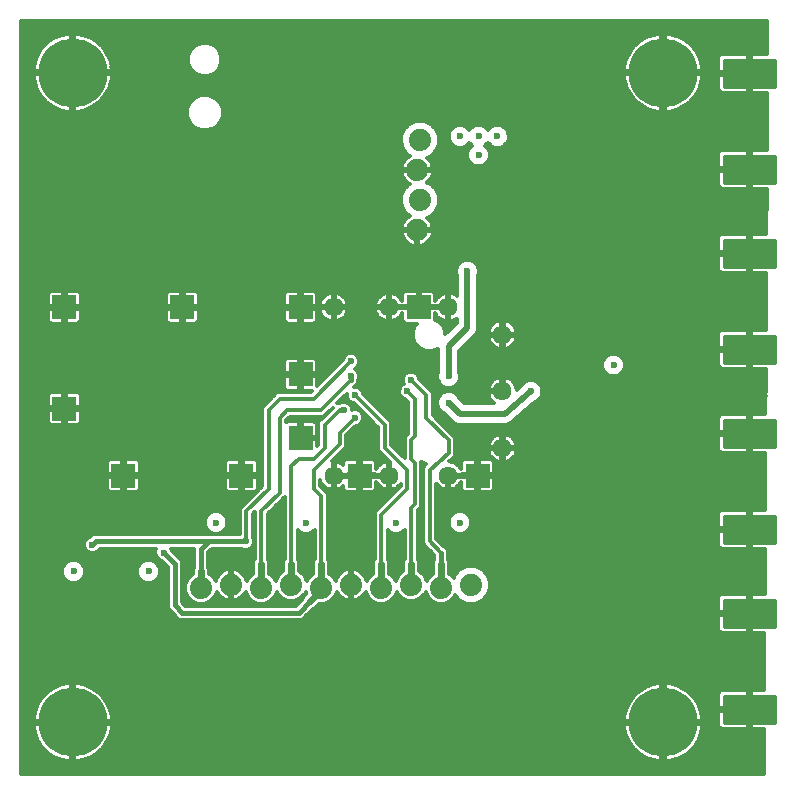
<source format=gbr>
G75*
%MOIN*%
%OFA0B0*%
%FSLAX25Y25*%
%IPPOS*%
%LPD*%
%AMOC8*
5,1,8,0,0,1.08239X$1,22.5*
%
%ADD10R,0.07874X0.07874*%
%ADD11C,0.06358*%
%ADD12C,0.23000*%
%ADD13C,0.01600*%
%ADD14C,0.07400*%
%ADD15C,0.01181*%
%ADD16C,0.02362*%
%ADD17C,0.01969*%
%ADD18C,0.01200*%
%ADD19C,0.02400*%
D10*
X0064242Y0103598D03*
X0044557Y0125941D03*
X0044557Y0159701D03*
X0083927Y0159701D03*
X0123297Y0159701D03*
X0123297Y0137358D03*
X0123297Y0116098D03*
X0103612Y0103598D03*
X0142982Y0103598D03*
X0182352Y0103598D03*
X0162667Y0159701D03*
D11*
X0152825Y0159701D03*
X0134321Y0159701D03*
X0172510Y0159701D03*
X0190620Y0150547D03*
X0190620Y0131650D03*
X0190620Y0112752D03*
X0172510Y0103598D03*
X0152825Y0103598D03*
X0134321Y0103598D03*
D12*
X0047352Y0021335D03*
X0244203Y0021335D03*
X0244203Y0237870D03*
X0047352Y0237870D03*
D13*
X0140167Y0136650D02*
X0140167Y0135400D01*
X0137667Y0125400D02*
X0136417Y0125400D01*
X0105167Y0081650D02*
X0092667Y0081650D01*
X0090167Y0079150D01*
X0090167Y0071650D01*
X0081417Y0074150D02*
X0081417Y0060400D01*
X0083917Y0057900D01*
X0122667Y0057900D01*
X0126417Y0061650D01*
X0130167Y0065400D02*
X0130167Y0066150D01*
X0092667Y0081650D02*
X0055167Y0081650D01*
X0053917Y0080400D01*
X0077667Y0077900D02*
X0081417Y0074150D01*
X0170167Y0074150D02*
X0170167Y0077900D01*
X0264717Y0089850D02*
X0281117Y0089850D01*
X0281117Y0081450D01*
X0264717Y0081450D01*
X0264717Y0089850D01*
X0264717Y0083049D02*
X0281117Y0083049D01*
X0281117Y0084648D02*
X0264717Y0084648D01*
X0264717Y0086247D02*
X0281117Y0086247D01*
X0281117Y0087846D02*
X0264717Y0087846D01*
X0264717Y0089445D02*
X0281117Y0089445D01*
X0281117Y0121850D02*
X0264717Y0121850D01*
X0281117Y0121850D02*
X0281117Y0113450D01*
X0264717Y0113450D01*
X0264717Y0121850D01*
X0264717Y0115049D02*
X0281117Y0115049D01*
X0281117Y0116648D02*
X0264717Y0116648D01*
X0264717Y0118247D02*
X0281117Y0118247D01*
X0281117Y0119846D02*
X0264717Y0119846D01*
X0264717Y0121445D02*
X0281117Y0121445D01*
X0281117Y0149850D02*
X0264717Y0149850D01*
X0281117Y0149850D02*
X0281117Y0141450D01*
X0264717Y0141450D01*
X0264717Y0149850D01*
X0264717Y0143049D02*
X0281117Y0143049D01*
X0281117Y0144648D02*
X0264717Y0144648D01*
X0264717Y0146247D02*
X0281117Y0146247D01*
X0281117Y0147846D02*
X0264717Y0147846D01*
X0264717Y0149445D02*
X0281117Y0149445D01*
X0281117Y0181850D02*
X0264717Y0181850D01*
X0281117Y0181850D02*
X0281117Y0173450D01*
X0264717Y0173450D01*
X0264717Y0181850D01*
X0264717Y0175049D02*
X0281117Y0175049D01*
X0281117Y0176648D02*
X0264717Y0176648D01*
X0264717Y0178247D02*
X0281117Y0178247D01*
X0281117Y0179846D02*
X0264717Y0179846D01*
X0264717Y0181445D02*
X0281117Y0181445D01*
X0281117Y0209850D02*
X0264717Y0209850D01*
X0281117Y0209850D02*
X0281117Y0201450D01*
X0264717Y0201450D01*
X0264717Y0209850D01*
X0264717Y0203049D02*
X0281117Y0203049D01*
X0281117Y0204648D02*
X0264717Y0204648D01*
X0264717Y0206247D02*
X0281117Y0206247D01*
X0281117Y0207846D02*
X0264717Y0207846D01*
X0264717Y0209445D02*
X0281117Y0209445D01*
X0281117Y0241850D02*
X0264717Y0241850D01*
X0281117Y0241850D02*
X0281117Y0233450D01*
X0264717Y0233450D01*
X0264717Y0241850D01*
X0264717Y0235049D02*
X0281117Y0235049D01*
X0281117Y0236648D02*
X0264717Y0236648D01*
X0264717Y0238247D02*
X0281117Y0238247D01*
X0281117Y0239846D02*
X0264717Y0239846D01*
X0264717Y0241445D02*
X0281117Y0241445D01*
X0281117Y0061850D02*
X0264717Y0061850D01*
X0281117Y0061850D02*
X0281117Y0053450D01*
X0264717Y0053450D01*
X0264717Y0061850D01*
X0264717Y0055049D02*
X0281117Y0055049D01*
X0281117Y0056648D02*
X0264717Y0056648D01*
X0264717Y0058247D02*
X0281117Y0058247D01*
X0281117Y0059846D02*
X0264717Y0059846D01*
X0264717Y0061445D02*
X0281117Y0061445D01*
X0281117Y0029850D02*
X0264717Y0029850D01*
X0281117Y0029850D02*
X0281117Y0021450D01*
X0264717Y0021450D01*
X0264717Y0029850D01*
X0264717Y0023049D02*
X0281117Y0023049D01*
X0281117Y0024648D02*
X0264717Y0024648D01*
X0264717Y0026247D02*
X0281117Y0026247D01*
X0281117Y0027846D02*
X0264717Y0027846D01*
X0264717Y0029445D02*
X0281117Y0029445D01*
D14*
X0180167Y0067150D03*
X0170167Y0066150D03*
X0160167Y0067150D03*
X0150167Y0066150D03*
X0140167Y0067150D03*
X0130167Y0066150D03*
X0120167Y0067150D03*
X0110167Y0066150D03*
X0100167Y0067150D03*
X0090167Y0066150D03*
X0162167Y0185400D03*
X0163167Y0195400D03*
X0162167Y0205400D03*
X0163167Y0215400D03*
D15*
X0030030Y0255193D02*
X0030030Y0004012D01*
X0277679Y0004012D01*
X0277753Y0019059D01*
X0273508Y0019059D01*
X0273508Y0025059D01*
X0272327Y0025059D01*
X0272327Y0019059D01*
X0264482Y0019059D01*
X0264020Y0019151D01*
X0263585Y0019331D01*
X0263193Y0019593D01*
X0262860Y0019926D01*
X0262599Y0020317D01*
X0262419Y0020752D01*
X0262327Y0021214D01*
X0262327Y0025059D01*
X0272327Y0025059D01*
X0272327Y0026240D01*
X0272327Y0032240D01*
X0264482Y0032240D01*
X0264020Y0032148D01*
X0263585Y0031968D01*
X0263193Y0031706D01*
X0262860Y0031373D01*
X0262599Y0030982D01*
X0262419Y0030547D01*
X0262327Y0030085D01*
X0262327Y0026240D01*
X0272327Y0026240D01*
X0273508Y0026240D01*
X0273508Y0032240D01*
X0277817Y0032240D01*
X0277909Y0051059D01*
X0273508Y0051059D01*
X0273508Y0057059D01*
X0272327Y0057059D01*
X0272327Y0051059D01*
X0264482Y0051059D01*
X0264020Y0051151D01*
X0263585Y0051331D01*
X0263193Y0051593D01*
X0262860Y0051926D01*
X0262599Y0052317D01*
X0262419Y0052752D01*
X0262327Y0053214D01*
X0262327Y0057059D01*
X0272327Y0057059D01*
X0272327Y0058240D01*
X0272327Y0064240D01*
X0264482Y0064240D01*
X0264020Y0064148D01*
X0263585Y0063968D01*
X0263193Y0063706D01*
X0262860Y0063373D01*
X0262599Y0062982D01*
X0262419Y0062547D01*
X0262327Y0062085D01*
X0262327Y0058240D01*
X0272327Y0058240D01*
X0273508Y0058240D01*
X0273508Y0064240D01*
X0277974Y0064240D01*
X0278046Y0079059D01*
X0273508Y0079059D01*
X0273508Y0085059D01*
X0272327Y0085059D01*
X0272327Y0079059D01*
X0264482Y0079059D01*
X0264020Y0079151D01*
X0263585Y0079331D01*
X0263193Y0079593D01*
X0262860Y0079926D01*
X0262599Y0080317D01*
X0262419Y0080752D01*
X0262327Y0081214D01*
X0262327Y0085059D01*
X0272327Y0085059D01*
X0272327Y0086240D01*
X0272327Y0092240D01*
X0264482Y0092240D01*
X0264020Y0092148D01*
X0263585Y0091968D01*
X0263193Y0091706D01*
X0262860Y0091373D01*
X0262599Y0090982D01*
X0262419Y0090547D01*
X0262327Y0090085D01*
X0262327Y0086240D01*
X0272327Y0086240D01*
X0273508Y0086240D01*
X0273508Y0092240D01*
X0278111Y0092240D01*
X0278203Y0111059D01*
X0273508Y0111059D01*
X0273508Y0117059D01*
X0272327Y0117059D01*
X0272327Y0111059D01*
X0264482Y0111059D01*
X0264020Y0111151D01*
X0263585Y0111331D01*
X0263193Y0111593D01*
X0262860Y0111926D01*
X0262599Y0112317D01*
X0262419Y0112752D01*
X0262327Y0113214D01*
X0262327Y0117059D01*
X0272327Y0117059D01*
X0272327Y0118240D01*
X0272327Y0124240D01*
X0264482Y0124240D01*
X0264020Y0124148D01*
X0263585Y0123968D01*
X0263193Y0123706D01*
X0262860Y0123373D01*
X0262599Y0122982D01*
X0262419Y0122547D01*
X0262327Y0122085D01*
X0262327Y0118240D01*
X0272327Y0118240D01*
X0273508Y0118240D01*
X0273508Y0124240D01*
X0278268Y0124240D01*
X0278340Y0139059D01*
X0273508Y0139059D01*
X0273508Y0145059D01*
X0272327Y0145059D01*
X0272327Y0139059D01*
X0264482Y0139059D01*
X0264020Y0139151D01*
X0263585Y0139331D01*
X0263193Y0139593D01*
X0262860Y0139926D01*
X0262599Y0140317D01*
X0262419Y0140752D01*
X0262327Y0141214D01*
X0262327Y0145059D01*
X0272327Y0145059D01*
X0272327Y0146240D01*
X0272327Y0152240D01*
X0264482Y0152240D01*
X0264020Y0152148D01*
X0263585Y0151968D01*
X0263193Y0151706D01*
X0262860Y0151373D01*
X0262599Y0150982D01*
X0262419Y0150547D01*
X0262327Y0150085D01*
X0262327Y0146240D01*
X0272327Y0146240D01*
X0273508Y0146240D01*
X0273508Y0152240D01*
X0278405Y0152240D01*
X0278497Y0171059D01*
X0273508Y0171059D01*
X0273508Y0177059D01*
X0272327Y0177059D01*
X0272327Y0171059D01*
X0264482Y0171059D01*
X0264020Y0171151D01*
X0263585Y0171331D01*
X0263193Y0171593D01*
X0262860Y0171926D01*
X0262599Y0172317D01*
X0262419Y0172752D01*
X0262327Y0173214D01*
X0262327Y0177059D01*
X0272327Y0177059D01*
X0272327Y0178240D01*
X0272327Y0184240D01*
X0264482Y0184240D01*
X0264020Y0184148D01*
X0263585Y0183968D01*
X0263193Y0183706D01*
X0262860Y0183373D01*
X0262599Y0182982D01*
X0262419Y0182547D01*
X0262327Y0182085D01*
X0262327Y0178240D01*
X0272327Y0178240D01*
X0273508Y0178240D01*
X0273508Y0184240D01*
X0278561Y0184240D01*
X0278634Y0199059D01*
X0273508Y0199059D01*
X0273508Y0205059D01*
X0272327Y0205059D01*
X0272327Y0199059D01*
X0264482Y0199059D01*
X0264020Y0199151D01*
X0263585Y0199331D01*
X0263193Y0199593D01*
X0262860Y0199926D01*
X0262599Y0200317D01*
X0262419Y0200752D01*
X0262327Y0201214D01*
X0262327Y0205059D01*
X0272327Y0205059D01*
X0272327Y0206240D01*
X0272327Y0212240D01*
X0264482Y0212240D01*
X0264020Y0212148D01*
X0263585Y0211968D01*
X0263193Y0211706D01*
X0262860Y0211373D01*
X0262599Y0210982D01*
X0262419Y0210547D01*
X0262327Y0210085D01*
X0262327Y0206240D01*
X0272327Y0206240D01*
X0273508Y0206240D01*
X0273508Y0212240D01*
X0278698Y0212240D01*
X0278790Y0231059D01*
X0273508Y0231059D01*
X0273508Y0237059D01*
X0272327Y0237059D01*
X0272327Y0231059D01*
X0264482Y0231059D01*
X0264020Y0231151D01*
X0263585Y0231331D01*
X0263193Y0231593D01*
X0262860Y0231926D01*
X0262599Y0232317D01*
X0262419Y0232752D01*
X0262327Y0233214D01*
X0262327Y0237059D01*
X0272327Y0237059D01*
X0272327Y0238240D01*
X0272327Y0244240D01*
X0264482Y0244240D01*
X0264020Y0244148D01*
X0263585Y0243968D01*
X0263193Y0243706D01*
X0262860Y0243373D01*
X0262599Y0242982D01*
X0262419Y0242547D01*
X0262327Y0242085D01*
X0262327Y0238240D01*
X0272327Y0238240D01*
X0273508Y0238240D01*
X0273508Y0244240D01*
X0278855Y0244240D01*
X0278909Y0255193D01*
X0030030Y0255193D01*
X0030030Y0254087D02*
X0278903Y0254087D01*
X0278897Y0252907D02*
X0030030Y0252907D01*
X0030030Y0251728D02*
X0278892Y0251728D01*
X0278886Y0250548D02*
X0247504Y0250548D01*
X0247387Y0250584D02*
X0246126Y0250835D01*
X0244846Y0250961D01*
X0244793Y0250961D01*
X0244793Y0238461D01*
X0243612Y0238461D01*
X0243612Y0250961D01*
X0243560Y0250961D01*
X0242280Y0250835D01*
X0241018Y0250584D01*
X0239787Y0250210D01*
X0238599Y0249718D01*
X0237465Y0249112D01*
X0236395Y0248397D01*
X0235401Y0247581D01*
X0234492Y0246672D01*
X0233676Y0245678D01*
X0232961Y0244608D01*
X0232355Y0243474D01*
X0231863Y0242285D01*
X0231489Y0241055D01*
X0231238Y0239793D01*
X0231112Y0238513D01*
X0231112Y0238461D01*
X0243612Y0238461D01*
X0243612Y0237280D01*
X0231112Y0237280D01*
X0231112Y0237227D01*
X0231238Y0235947D01*
X0231489Y0234685D01*
X0231863Y0233455D01*
X0232355Y0232266D01*
X0232961Y0231132D01*
X0233676Y0230063D01*
X0234492Y0229068D01*
X0235401Y0228159D01*
X0236395Y0227343D01*
X0237465Y0226628D01*
X0238599Y0226022D01*
X0239787Y0225530D01*
X0241018Y0225157D01*
X0242280Y0224906D01*
X0243560Y0224780D01*
X0243612Y0224780D01*
X0243612Y0237279D01*
X0244793Y0237279D01*
X0244793Y0224780D01*
X0244846Y0224780D01*
X0246126Y0224906D01*
X0247387Y0225157D01*
X0248618Y0225530D01*
X0249806Y0226022D01*
X0250941Y0226628D01*
X0252010Y0227343D01*
X0253004Y0228159D01*
X0253914Y0229068D01*
X0254730Y0230063D01*
X0255444Y0231132D01*
X0256051Y0232266D01*
X0256543Y0233455D01*
X0256916Y0234685D01*
X0257167Y0235947D01*
X0257293Y0237227D01*
X0257293Y0237280D01*
X0244793Y0237280D01*
X0244793Y0238461D01*
X0257293Y0238461D01*
X0257293Y0238513D01*
X0257167Y0239793D01*
X0256916Y0241055D01*
X0256543Y0242285D01*
X0256051Y0243474D01*
X0255444Y0244608D01*
X0254730Y0245678D01*
X0253914Y0246672D01*
X0253004Y0247581D01*
X0252010Y0248397D01*
X0250941Y0249112D01*
X0249806Y0249718D01*
X0248618Y0250210D01*
X0247387Y0250584D01*
X0244793Y0250548D02*
X0243612Y0250548D01*
X0243612Y0249368D02*
X0244793Y0249368D01*
X0244793Y0248189D02*
X0243612Y0248189D01*
X0243612Y0247009D02*
X0244793Y0247009D01*
X0244793Y0245830D02*
X0243612Y0245830D01*
X0243612Y0244650D02*
X0244793Y0244650D01*
X0244793Y0243470D02*
X0243612Y0243470D01*
X0243612Y0242291D02*
X0244793Y0242291D01*
X0244793Y0241111D02*
X0243612Y0241111D01*
X0243612Y0239932D02*
X0244793Y0239932D01*
X0244793Y0238752D02*
X0243612Y0238752D01*
X0243612Y0237572D02*
X0094456Y0237572D01*
X0094540Y0237607D02*
X0096090Y0239157D01*
X0096929Y0241183D01*
X0096929Y0243376D01*
X0096090Y0245402D01*
X0094540Y0246952D01*
X0092514Y0247791D01*
X0090321Y0247791D01*
X0088295Y0246952D01*
X0086745Y0245402D01*
X0085906Y0243376D01*
X0085906Y0241183D01*
X0086745Y0239157D01*
X0088295Y0237607D01*
X0090321Y0236768D01*
X0092514Y0236768D01*
X0094540Y0237607D01*
X0095685Y0238752D02*
X0231136Y0238752D01*
X0231266Y0239932D02*
X0096411Y0239932D01*
X0096899Y0241111D02*
X0231506Y0241111D01*
X0231865Y0242291D02*
X0096929Y0242291D01*
X0096890Y0243470D02*
X0232353Y0243470D01*
X0232989Y0244650D02*
X0096401Y0244650D01*
X0095662Y0245830D02*
X0233800Y0245830D01*
X0234829Y0247009D02*
X0094402Y0247009D01*
X0088433Y0247009D02*
X0056726Y0247009D01*
X0057064Y0246672D02*
X0056154Y0247581D01*
X0055160Y0248397D01*
X0054090Y0249112D01*
X0052956Y0249718D01*
X0051768Y0250210D01*
X0050537Y0250584D01*
X0049275Y0250835D01*
X0047995Y0250961D01*
X0047943Y0250961D01*
X0047943Y0238461D01*
X0046762Y0238461D01*
X0046762Y0250961D01*
X0046709Y0250961D01*
X0045429Y0250835D01*
X0044168Y0250584D01*
X0042937Y0250210D01*
X0041749Y0249718D01*
X0040614Y0249112D01*
X0039545Y0248397D01*
X0038551Y0247581D01*
X0037641Y0246672D01*
X0036825Y0245678D01*
X0036111Y0244608D01*
X0035504Y0243474D01*
X0035012Y0242285D01*
X0034639Y0241055D01*
X0034388Y0239793D01*
X0034262Y0238513D01*
X0034262Y0238461D01*
X0046762Y0238461D01*
X0046762Y0237280D01*
X0034262Y0237280D01*
X0034262Y0237227D01*
X0034388Y0235947D01*
X0034639Y0234685D01*
X0035012Y0233455D01*
X0035504Y0232266D01*
X0036111Y0231132D01*
X0036825Y0230063D01*
X0037641Y0229068D01*
X0038551Y0228159D01*
X0039545Y0227343D01*
X0040614Y0226628D01*
X0041749Y0226022D01*
X0042937Y0225530D01*
X0044168Y0225157D01*
X0045429Y0224906D01*
X0046709Y0224780D01*
X0046762Y0224780D01*
X0046762Y0237279D01*
X0047943Y0237279D01*
X0047943Y0224780D01*
X0047995Y0224780D01*
X0049275Y0224906D01*
X0050537Y0225157D01*
X0051768Y0225530D01*
X0052956Y0226022D01*
X0054090Y0226628D01*
X0055160Y0227343D01*
X0056154Y0228159D01*
X0057064Y0229068D01*
X0057879Y0230063D01*
X0058594Y0231132D01*
X0059200Y0232266D01*
X0059693Y0233455D01*
X0060066Y0234685D01*
X0060317Y0235947D01*
X0060443Y0237227D01*
X0060443Y0237280D01*
X0047943Y0237280D01*
X0047943Y0238461D01*
X0060443Y0238461D01*
X0060443Y0238513D01*
X0060317Y0239793D01*
X0060066Y0241055D01*
X0059693Y0242285D01*
X0059200Y0243474D01*
X0058594Y0244608D01*
X0057879Y0245678D01*
X0057064Y0246672D01*
X0057755Y0245830D02*
X0087173Y0245830D01*
X0086433Y0244650D02*
X0058566Y0244650D01*
X0059202Y0243470D02*
X0085945Y0243470D01*
X0085906Y0242291D02*
X0059690Y0242291D01*
X0060049Y0241111D02*
X0085935Y0241111D01*
X0086424Y0239932D02*
X0060289Y0239932D01*
X0060419Y0238752D02*
X0087150Y0238752D01*
X0088378Y0237572D02*
X0047943Y0237572D01*
X0047943Y0236393D02*
X0046762Y0236393D01*
X0046762Y0237572D02*
X0030030Y0237572D01*
X0030030Y0236393D02*
X0034344Y0236393D01*
X0034534Y0235213D02*
X0030030Y0235213D01*
X0030030Y0234034D02*
X0034837Y0234034D01*
X0035261Y0232854D02*
X0030030Y0232854D01*
X0030030Y0231674D02*
X0035821Y0231674D01*
X0036537Y0230495D02*
X0030030Y0230495D01*
X0030030Y0229315D02*
X0037439Y0229315D01*
X0038579Y0228135D02*
X0030030Y0228135D01*
X0030030Y0226956D02*
X0040124Y0226956D01*
X0042342Y0225776D02*
X0030030Y0225776D01*
X0030030Y0224597D02*
X0085512Y0224597D01*
X0085512Y0225738D02*
X0085512Y0223388D01*
X0086411Y0221218D01*
X0088072Y0219557D01*
X0090243Y0218657D01*
X0092592Y0218657D01*
X0094763Y0219557D01*
X0096424Y0221218D01*
X0097323Y0223388D01*
X0097323Y0225738D01*
X0096424Y0227908D01*
X0094763Y0229569D01*
X0092592Y0230468D01*
X0090243Y0230468D01*
X0088072Y0229569D01*
X0086411Y0227908D01*
X0085512Y0225738D01*
X0085528Y0225776D02*
X0052362Y0225776D01*
X0054580Y0226956D02*
X0086016Y0226956D01*
X0086638Y0228135D02*
X0056125Y0228135D01*
X0057266Y0229315D02*
X0087818Y0229315D01*
X0085512Y0223417D02*
X0030030Y0223417D01*
X0030030Y0222237D02*
X0085989Y0222237D01*
X0086571Y0221058D02*
X0030030Y0221058D01*
X0030030Y0219878D02*
X0087751Y0219878D01*
X0090144Y0218699D02*
X0030030Y0218699D01*
X0030030Y0217519D02*
X0157270Y0217519D01*
X0156908Y0216645D02*
X0157861Y0218945D01*
X0159622Y0220706D01*
X0161922Y0221659D01*
X0164412Y0221659D01*
X0166713Y0220706D01*
X0168473Y0218945D01*
X0169426Y0216645D01*
X0169426Y0214155D01*
X0168473Y0211854D01*
X0166713Y0210093D01*
X0165436Y0209564D01*
X0165614Y0209435D01*
X0166203Y0208846D01*
X0166692Y0208172D01*
X0167070Y0207430D01*
X0167328Y0206638D01*
X0167458Y0205816D01*
X0167458Y0205809D01*
X0162577Y0205809D01*
X0162577Y0204990D01*
X0167458Y0204990D01*
X0167458Y0204983D01*
X0167328Y0204161D01*
X0167070Y0203369D01*
X0166692Y0202627D01*
X0166203Y0201953D01*
X0165614Y0201364D01*
X0165436Y0201235D01*
X0166713Y0200706D01*
X0168473Y0198945D01*
X0169426Y0196645D01*
X0169426Y0194155D01*
X0168473Y0191854D01*
X0166713Y0190093D01*
X0165436Y0189564D01*
X0165614Y0189435D01*
X0166203Y0188846D01*
X0166692Y0188172D01*
X0167070Y0187430D01*
X0167328Y0186638D01*
X0167458Y0185816D01*
X0167458Y0185809D01*
X0162577Y0185809D01*
X0162577Y0184990D01*
X0167458Y0184990D01*
X0167458Y0184983D01*
X0167328Y0184161D01*
X0167070Y0183369D01*
X0166692Y0182627D01*
X0166203Y0181953D01*
X0165614Y0181364D01*
X0164940Y0180875D01*
X0164198Y0180497D01*
X0163406Y0180239D01*
X0162584Y0180109D01*
X0162577Y0180109D01*
X0162577Y0184990D01*
X0161758Y0184990D01*
X0161758Y0180109D01*
X0161751Y0180109D01*
X0160928Y0180239D01*
X0160136Y0180497D01*
X0159394Y0180875D01*
X0158721Y0181364D01*
X0158132Y0181953D01*
X0157642Y0182627D01*
X0157264Y0183369D01*
X0157007Y0184161D01*
X0156877Y0184983D01*
X0156877Y0184990D01*
X0161758Y0184990D01*
X0161758Y0185809D01*
X0156877Y0185809D01*
X0156877Y0185816D01*
X0157007Y0186638D01*
X0157264Y0187430D01*
X0157642Y0188172D01*
X0158132Y0188846D01*
X0158721Y0189435D01*
X0159394Y0189924D01*
X0159679Y0190070D01*
X0159622Y0190093D01*
X0157861Y0191854D01*
X0156908Y0194155D01*
X0156908Y0196645D01*
X0157861Y0198945D01*
X0159622Y0200706D01*
X0159679Y0200730D01*
X0159394Y0200875D01*
X0158721Y0201364D01*
X0158132Y0201953D01*
X0157642Y0202627D01*
X0157264Y0203369D01*
X0157007Y0204161D01*
X0156877Y0204983D01*
X0156877Y0204990D01*
X0161758Y0204990D01*
X0161758Y0205809D01*
X0156877Y0205809D01*
X0156877Y0205816D01*
X0157007Y0206638D01*
X0157264Y0207430D01*
X0157642Y0208172D01*
X0158132Y0208846D01*
X0158721Y0209435D01*
X0159394Y0209924D01*
X0159679Y0210070D01*
X0159622Y0210093D01*
X0157861Y0211854D01*
X0156908Y0214155D01*
X0156908Y0216645D01*
X0156908Y0216339D02*
X0030030Y0216339D01*
X0030030Y0215160D02*
X0156908Y0215160D01*
X0156981Y0213980D02*
X0030030Y0213980D01*
X0030030Y0212800D02*
X0157469Y0212800D01*
X0158094Y0211621D02*
X0030030Y0211621D01*
X0030030Y0210441D02*
X0159274Y0210441D01*
X0158547Y0209262D02*
X0030030Y0209262D01*
X0030030Y0208082D02*
X0157596Y0208082D01*
X0157093Y0206902D02*
X0030030Y0206902D01*
X0030030Y0205723D02*
X0161758Y0205723D01*
X0162577Y0205723D02*
X0272327Y0205723D01*
X0272327Y0206902D02*
X0273508Y0206902D01*
X0273508Y0208082D02*
X0272327Y0208082D01*
X0272327Y0209262D02*
X0273508Y0209262D01*
X0273508Y0210441D02*
X0272327Y0210441D01*
X0272327Y0211621D02*
X0273508Y0211621D01*
X0278701Y0212800D02*
X0185556Y0212800D01*
X0185838Y0212518D02*
X0184832Y0213525D01*
X0185792Y0214485D01*
X0186799Y0213479D01*
X0188173Y0212909D01*
X0189661Y0212909D01*
X0191036Y0213479D01*
X0192088Y0214531D01*
X0192657Y0215906D01*
X0192657Y0217394D01*
X0192088Y0218768D01*
X0191036Y0219820D01*
X0189661Y0220390D01*
X0188173Y0220390D01*
X0186799Y0219820D01*
X0185792Y0218814D01*
X0184786Y0219820D01*
X0183411Y0220390D01*
X0181923Y0220390D01*
X0180549Y0219820D01*
X0179542Y0218814D01*
X0178536Y0219820D01*
X0177161Y0220390D01*
X0175673Y0220390D01*
X0174299Y0219820D01*
X0173247Y0218768D01*
X0172677Y0217394D01*
X0172677Y0215906D01*
X0173247Y0214531D01*
X0174299Y0213479D01*
X0175673Y0212909D01*
X0177161Y0212909D01*
X0178536Y0213479D01*
X0179542Y0214485D01*
X0180503Y0213525D01*
X0179497Y0212518D01*
X0178927Y0211144D01*
X0178927Y0209656D01*
X0179497Y0208281D01*
X0180549Y0207229D01*
X0181923Y0206659D01*
X0183411Y0206659D01*
X0184786Y0207229D01*
X0185838Y0208281D01*
X0186407Y0209656D01*
X0186407Y0211144D01*
X0185838Y0212518D01*
X0186210Y0211621D02*
X0263108Y0211621D01*
X0262398Y0210441D02*
X0186407Y0210441D01*
X0186244Y0209262D02*
X0262327Y0209262D01*
X0262327Y0208082D02*
X0185639Y0208082D01*
X0183998Y0206902D02*
X0262327Y0206902D01*
X0262327Y0204543D02*
X0167388Y0204543D01*
X0167068Y0203364D02*
X0262327Y0203364D01*
X0262327Y0202184D02*
X0166370Y0202184D01*
X0165992Y0201004D02*
X0262369Y0201004D01*
X0262961Y0199825D02*
X0167594Y0199825D01*
X0168598Y0198645D02*
X0278632Y0198645D01*
X0278626Y0197465D02*
X0169086Y0197465D01*
X0169426Y0196286D02*
X0278620Y0196286D01*
X0278614Y0195106D02*
X0169426Y0195106D01*
X0169332Y0193927D02*
X0278609Y0193927D01*
X0278603Y0192747D02*
X0168843Y0192747D01*
X0168187Y0191567D02*
X0278597Y0191567D01*
X0278591Y0190388D02*
X0167007Y0190388D01*
X0165841Y0189208D02*
X0278586Y0189208D01*
X0278580Y0188029D02*
X0166766Y0188029D01*
X0167259Y0186849D02*
X0278574Y0186849D01*
X0278568Y0185669D02*
X0162577Y0185669D01*
X0161758Y0185669D02*
X0030030Y0185669D01*
X0030030Y0184490D02*
X0156955Y0184490D01*
X0157294Y0183310D02*
X0030030Y0183310D01*
X0030030Y0182130D02*
X0158003Y0182130D01*
X0159290Y0180951D02*
X0030030Y0180951D01*
X0030030Y0179771D02*
X0262327Y0179771D01*
X0262327Y0178592D02*
X0030030Y0178592D01*
X0030030Y0177412D02*
X0272327Y0177412D01*
X0272327Y0176232D02*
X0273508Y0176232D01*
X0273508Y0175053D02*
X0272327Y0175053D01*
X0272327Y0173873D02*
X0273508Y0173873D01*
X0273508Y0172694D02*
X0272327Y0172694D01*
X0272327Y0171514D02*
X0273508Y0171514D01*
X0278493Y0170334D02*
X0182461Y0170334D01*
X0182461Y0170430D02*
X0182657Y0170906D01*
X0182657Y0172394D01*
X0182088Y0173768D01*
X0181036Y0174820D01*
X0179661Y0175390D01*
X0178173Y0175390D01*
X0176799Y0174820D01*
X0175747Y0173768D01*
X0175177Y0172394D01*
X0175177Y0170906D01*
X0175374Y0170430D01*
X0175374Y0163515D01*
X0175010Y0163780D01*
X0174341Y0164121D01*
X0173627Y0164353D01*
X0172885Y0164470D01*
X0172854Y0164470D01*
X0172854Y0160045D01*
X0172165Y0160045D01*
X0172165Y0159356D01*
X0167740Y0159356D01*
X0163012Y0159356D01*
X0163012Y0160045D01*
X0172165Y0160045D01*
X0172165Y0164470D01*
X0172134Y0164470D01*
X0171393Y0164353D01*
X0170679Y0164121D01*
X0170010Y0163780D01*
X0169403Y0163339D01*
X0168872Y0162808D01*
X0168430Y0162201D01*
X0168195Y0161738D01*
X0168195Y0163847D01*
X0168086Y0164252D01*
X0167877Y0164614D01*
X0167581Y0164911D01*
X0167218Y0165120D01*
X0166814Y0165228D01*
X0163012Y0165228D01*
X0163012Y0160045D01*
X0162323Y0160045D01*
X0162323Y0159356D01*
X0153169Y0159356D01*
X0153169Y0154931D01*
X0153200Y0154931D01*
X0153942Y0155049D01*
X0154656Y0155281D01*
X0155325Y0155621D01*
X0155932Y0156063D01*
X0156463Y0156594D01*
X0156904Y0157201D01*
X0157140Y0157663D01*
X0157140Y0155554D01*
X0157248Y0155150D01*
X0157458Y0154787D01*
X0157754Y0154491D01*
X0158116Y0154282D01*
X0158521Y0154173D01*
X0162181Y0154173D01*
X0161621Y0153614D01*
X0160797Y0151624D01*
X0160797Y0149470D01*
X0161621Y0147481D01*
X0163144Y0145958D01*
X0165134Y0145134D01*
X0167287Y0145134D01*
X0169124Y0145895D01*
X0169124Y0137869D01*
X0168927Y0137394D01*
X0168927Y0135906D01*
X0169497Y0134531D01*
X0170549Y0133479D01*
X0171923Y0132909D01*
X0173411Y0132909D01*
X0174786Y0133479D01*
X0175838Y0134531D01*
X0176407Y0135906D01*
X0176407Y0137394D01*
X0176211Y0137869D01*
X0176211Y0145182D01*
X0180924Y0149896D01*
X0181921Y0150892D01*
X0182461Y0152195D01*
X0182461Y0170430D01*
X0182657Y0171514D02*
X0263311Y0171514D01*
X0262443Y0172694D02*
X0182533Y0172694D01*
X0181983Y0173873D02*
X0262327Y0173873D01*
X0262327Y0175053D02*
X0180475Y0175053D01*
X0177360Y0175053D02*
X0030030Y0175053D01*
X0030030Y0176232D02*
X0262327Y0176232D01*
X0262327Y0180951D02*
X0165045Y0180951D01*
X0166332Y0182130D02*
X0262336Y0182130D01*
X0262818Y0183310D02*
X0167040Y0183310D01*
X0167380Y0184490D02*
X0278563Y0184490D01*
X0273508Y0183310D02*
X0272327Y0183310D01*
X0272327Y0182130D02*
X0273508Y0182130D01*
X0273508Y0180951D02*
X0272327Y0180951D01*
X0272327Y0179771D02*
X0273508Y0179771D01*
X0273508Y0178592D02*
X0272327Y0178592D01*
X0278487Y0169155D02*
X0182461Y0169155D01*
X0182461Y0167975D02*
X0278482Y0167975D01*
X0278476Y0166796D02*
X0182461Y0166796D01*
X0182461Y0165616D02*
X0278470Y0165616D01*
X0278464Y0164436D02*
X0182461Y0164436D01*
X0182461Y0163257D02*
X0278459Y0163257D01*
X0278453Y0162077D02*
X0182461Y0162077D01*
X0182461Y0160897D02*
X0278447Y0160897D01*
X0278441Y0159718D02*
X0182461Y0159718D01*
X0182461Y0158538D02*
X0278435Y0158538D01*
X0278430Y0157359D02*
X0182461Y0157359D01*
X0182461Y0156179D02*
X0278424Y0156179D01*
X0278418Y0154999D02*
X0192353Y0154999D01*
X0192451Y0154967D02*
X0191737Y0155199D01*
X0190995Y0155317D01*
X0190965Y0155317D01*
X0190965Y0150892D01*
X0195390Y0150892D01*
X0195390Y0150923D01*
X0195272Y0151664D01*
X0195040Y0152378D01*
X0194699Y0153047D01*
X0194258Y0153654D01*
X0193727Y0154185D01*
X0193120Y0154627D01*
X0192451Y0154967D01*
X0190965Y0154999D02*
X0190276Y0154999D01*
X0190276Y0155317D02*
X0190245Y0155317D01*
X0189503Y0155199D01*
X0188789Y0154967D01*
X0188120Y0154627D01*
X0187513Y0154185D01*
X0186982Y0153654D01*
X0186541Y0153047D01*
X0186200Y0152378D01*
X0185968Y0151664D01*
X0185850Y0150923D01*
X0185850Y0150892D01*
X0190276Y0150892D01*
X0190276Y0155317D01*
X0188887Y0154999D02*
X0182461Y0154999D01*
X0182461Y0153820D02*
X0187147Y0153820D01*
X0186333Y0152640D02*
X0182461Y0152640D01*
X0182156Y0151461D02*
X0185936Y0151461D01*
X0185850Y0150203D02*
X0185850Y0150172D01*
X0185968Y0149430D01*
X0186200Y0148716D01*
X0186541Y0148047D01*
X0186982Y0147440D01*
X0187513Y0146909D01*
X0188120Y0146468D01*
X0188789Y0146127D01*
X0189503Y0145895D01*
X0190245Y0145778D01*
X0190276Y0145778D01*
X0190276Y0150203D01*
X0190965Y0150203D01*
X0190965Y0150892D01*
X0190276Y0150892D01*
X0190276Y0150203D01*
X0185850Y0150203D01*
X0186075Y0149101D02*
X0180130Y0149101D01*
X0178950Y0147922D02*
X0186632Y0147922D01*
X0187743Y0146742D02*
X0177771Y0146742D01*
X0176591Y0145562D02*
X0272327Y0145562D01*
X0272327Y0144383D02*
X0273508Y0144383D01*
X0273508Y0143203D02*
X0272327Y0143203D01*
X0272327Y0142024D02*
X0273508Y0142024D01*
X0273508Y0140844D02*
X0272327Y0140844D01*
X0272327Y0139664D02*
X0273508Y0139664D01*
X0278337Y0138485D02*
X0230922Y0138485D01*
X0230838Y0138281D02*
X0231407Y0139656D01*
X0231407Y0141144D01*
X0230838Y0142518D01*
X0229786Y0143570D01*
X0228411Y0144140D01*
X0226923Y0144140D01*
X0225549Y0143570D01*
X0224497Y0142518D01*
X0223927Y0141144D01*
X0223927Y0139656D01*
X0224497Y0138281D01*
X0225549Y0137229D01*
X0226923Y0136659D01*
X0228411Y0136659D01*
X0229786Y0137229D01*
X0230838Y0138281D01*
X0229862Y0137305D02*
X0278331Y0137305D01*
X0278326Y0136126D02*
X0192279Y0136126D01*
X0192451Y0136070D02*
X0191737Y0136302D01*
X0190995Y0136419D01*
X0190965Y0136419D01*
X0190965Y0131994D01*
X0190276Y0131994D01*
X0190276Y0136419D01*
X0190245Y0136419D01*
X0189503Y0136302D01*
X0188789Y0136070D01*
X0188120Y0135729D01*
X0187513Y0135288D01*
X0186982Y0134757D01*
X0186541Y0134149D01*
X0186200Y0133481D01*
X0185968Y0132767D01*
X0185850Y0132025D01*
X0185850Y0131994D01*
X0190276Y0131994D01*
X0190276Y0131305D01*
X0185850Y0131305D01*
X0185850Y0131274D01*
X0185968Y0130533D01*
X0186200Y0129819D01*
X0186541Y0129150D01*
X0186982Y0128542D01*
X0187513Y0128011D01*
X0187951Y0127693D01*
X0177885Y0127693D01*
X0176035Y0129543D01*
X0175838Y0130018D01*
X0174786Y0131070D01*
X0173411Y0131640D01*
X0171923Y0131640D01*
X0170549Y0131070D01*
X0169497Y0130018D01*
X0168927Y0128644D01*
X0168927Y0127156D01*
X0169497Y0125781D01*
X0170549Y0124729D01*
X0171024Y0124532D01*
X0173413Y0122142D01*
X0174410Y0121146D01*
X0175712Y0120606D01*
X0191281Y0120606D01*
X0191848Y0120563D01*
X0191982Y0120606D01*
X0192122Y0120606D01*
X0192648Y0120824D01*
X0193188Y0121001D01*
X0193295Y0121092D01*
X0193424Y0121146D01*
X0193827Y0121548D01*
X0201564Y0128180D01*
X0202286Y0128479D01*
X0203338Y0129531D01*
X0203907Y0130906D01*
X0203907Y0132394D01*
X0203338Y0133768D01*
X0202286Y0134820D01*
X0200911Y0135390D01*
X0199423Y0135390D01*
X0198049Y0134820D01*
X0196997Y0133768D01*
X0196888Y0133505D01*
X0195362Y0132198D01*
X0195272Y0132767D01*
X0195040Y0133481D01*
X0194699Y0134149D01*
X0194258Y0134757D01*
X0193727Y0135288D01*
X0193120Y0135729D01*
X0192451Y0136070D01*
X0190965Y0136126D02*
X0190276Y0136126D01*
X0190276Y0134946D02*
X0190965Y0134946D01*
X0190965Y0133766D02*
X0190276Y0133766D01*
X0190276Y0132587D02*
X0190965Y0132587D01*
X0190276Y0131407D02*
X0173973Y0131407D01*
X0175629Y0130227D02*
X0186067Y0130227D01*
X0186615Y0129048D02*
X0176530Y0129048D01*
X0177710Y0127868D02*
X0187710Y0127868D01*
X0185939Y0132587D02*
X0166056Y0132587D01*
X0166068Y0132574D02*
X0162923Y0135719D01*
X0162923Y0135948D01*
X0162504Y0136961D01*
X0161728Y0137736D01*
X0160716Y0138155D01*
X0159619Y0138155D01*
X0158606Y0137736D01*
X0157831Y0136961D01*
X0157411Y0135948D01*
X0157411Y0134851D01*
X0157709Y0134132D01*
X0157356Y0133986D01*
X0156581Y0133211D01*
X0156161Y0132198D01*
X0156161Y0131101D01*
X0156581Y0130089D01*
X0157356Y0129313D01*
X0158369Y0128894D01*
X0158598Y0128894D01*
X0159243Y0128249D01*
X0159243Y0117550D01*
X0157993Y0116300D01*
X0157993Y0109400D01*
X0153592Y0113800D01*
X0153592Y0121300D01*
X0144173Y0130719D01*
X0144173Y0130948D01*
X0143754Y0131961D01*
X0142978Y0132736D01*
X0141966Y0133155D01*
X0141282Y0133155D01*
X0142542Y0134416D01*
X0142542Y0135181D01*
X0142923Y0136101D01*
X0142923Y0137198D01*
X0142504Y0138211D01*
X0141728Y0138986D01*
X0141333Y0139150D01*
X0141728Y0139313D01*
X0142504Y0140089D01*
X0142923Y0141101D01*
X0142923Y0142198D01*
X0142504Y0143211D01*
X0141728Y0143986D01*
X0140716Y0144405D01*
X0139619Y0144405D01*
X0138606Y0143986D01*
X0137831Y0143211D01*
X0137411Y0142198D01*
X0137411Y0141969D01*
X0128825Y0133383D01*
X0128825Y0136915D01*
X0123740Y0136915D01*
X0123740Y0131831D01*
X0127273Y0131831D01*
X0126766Y0131324D01*
X0115516Y0131324D01*
X0114243Y0130050D01*
X0111766Y0127574D01*
X0110493Y0126300D01*
X0110493Y0100050D01*
X0102993Y0092550D01*
X0102993Y0084024D01*
X0054184Y0084024D01*
X0053276Y0083117D01*
X0052356Y0082736D01*
X0051581Y0081961D01*
X0051161Y0080948D01*
X0051161Y0079851D01*
X0051581Y0078839D01*
X0052356Y0078063D01*
X0053369Y0077644D01*
X0054466Y0077644D01*
X0055478Y0078063D01*
X0056254Y0078839D01*
X0056434Y0079275D01*
X0075254Y0079275D01*
X0074911Y0078448D01*
X0074911Y0077351D01*
X0075331Y0076339D01*
X0076106Y0075563D01*
X0077026Y0075182D01*
X0079043Y0073166D01*
X0079043Y0059416D01*
X0081543Y0056916D01*
X0082934Y0055525D01*
X0123651Y0055525D01*
X0127023Y0058897D01*
X0127989Y0059297D01*
X0129567Y0060875D01*
X0131217Y0060875D01*
X0133155Y0061678D01*
X0134639Y0063162D01*
X0135367Y0064918D01*
X0135642Y0064377D01*
X0136132Y0063703D01*
X0136721Y0063114D01*
X0137394Y0062625D01*
X0138136Y0062247D01*
X0138928Y0061989D01*
X0139751Y0061859D01*
X0139758Y0061859D01*
X0139758Y0066740D01*
X0140577Y0066740D01*
X0140577Y0061859D01*
X0140584Y0061859D01*
X0141406Y0061989D01*
X0142198Y0062247D01*
X0142940Y0062625D01*
X0143614Y0063114D01*
X0144203Y0063703D01*
X0144692Y0064377D01*
X0144968Y0064918D01*
X0145696Y0063162D01*
X0147179Y0061678D01*
X0149118Y0060875D01*
X0151217Y0060875D01*
X0153155Y0061678D01*
X0154639Y0063162D01*
X0155374Y0064937D01*
X0155696Y0064162D01*
X0157179Y0062678D01*
X0159118Y0061875D01*
X0161217Y0061875D01*
X0163155Y0062678D01*
X0164639Y0064162D01*
X0164960Y0064937D01*
X0165696Y0063162D01*
X0167179Y0061678D01*
X0169118Y0060875D01*
X0171217Y0060875D01*
X0173155Y0061678D01*
X0174639Y0063162D01*
X0174842Y0063651D01*
X0174861Y0063604D01*
X0176622Y0061843D01*
X0178922Y0060891D01*
X0181412Y0060891D01*
X0183713Y0061843D01*
X0185473Y0063604D01*
X0186426Y0065905D01*
X0186426Y0068395D01*
X0185473Y0070695D01*
X0183713Y0072456D01*
X0181412Y0073409D01*
X0178922Y0073409D01*
X0176622Y0072456D01*
X0174861Y0070695D01*
X0174340Y0069437D01*
X0173155Y0070621D01*
X0172942Y0070710D01*
X0172942Y0074702D01*
X0172542Y0075667D01*
X0172542Y0078883D01*
X0171151Y0080274D01*
X0170868Y0080274D01*
X0168592Y0082550D01*
X0168592Y0100876D01*
X0168872Y0100491D01*
X0169403Y0099960D01*
X0170010Y0099519D01*
X0170679Y0099178D01*
X0171393Y0098946D01*
X0172134Y0098829D01*
X0172165Y0098829D01*
X0172165Y0103254D01*
X0172854Y0103254D01*
X0172854Y0098829D01*
X0172885Y0098829D01*
X0173627Y0098946D01*
X0174341Y0099178D01*
X0175010Y0099519D01*
X0175617Y0099960D01*
X0176148Y0100491D01*
X0176589Y0101099D01*
X0176825Y0101561D01*
X0176825Y0099452D01*
X0176933Y0099047D01*
X0177143Y0098685D01*
X0177439Y0098389D01*
X0177801Y0098179D01*
X0178206Y0098071D01*
X0181909Y0098071D01*
X0181909Y0103155D01*
X0182795Y0103155D01*
X0182795Y0098071D01*
X0186499Y0098071D01*
X0186903Y0098179D01*
X0187266Y0098389D01*
X0187562Y0098685D01*
X0187772Y0099047D01*
X0187880Y0099452D01*
X0187880Y0103155D01*
X0182795Y0103155D01*
X0182795Y0104041D01*
X0187880Y0104041D01*
X0187880Y0107745D01*
X0187772Y0108149D01*
X0187562Y0108512D01*
X0187266Y0108808D01*
X0186903Y0109018D01*
X0186499Y0109126D01*
X0182795Y0109126D01*
X0182795Y0104041D01*
X0181909Y0104041D01*
X0181909Y0103155D01*
X0177269Y0103155D01*
X0177280Y0103223D01*
X0177280Y0103254D01*
X0172854Y0103254D01*
X0172854Y0103943D01*
X0177280Y0103943D01*
X0177280Y0103974D01*
X0177269Y0104041D01*
X0181909Y0104041D01*
X0181909Y0109126D01*
X0178206Y0109126D01*
X0177801Y0109018D01*
X0177439Y0108808D01*
X0177143Y0108512D01*
X0176933Y0108149D01*
X0176825Y0107745D01*
X0176825Y0105636D01*
X0176589Y0106098D01*
X0176148Y0106706D01*
X0175617Y0107237D01*
X0175010Y0107678D01*
X0174341Y0108019D01*
X0173627Y0108251D01*
X0172954Y0108357D01*
X0173502Y0108850D01*
X0173568Y0108850D01*
X0174165Y0109446D01*
X0174792Y0110011D01*
X0174795Y0110077D01*
X0174842Y0110124D01*
X0174842Y0110967D01*
X0174886Y0111810D01*
X0174842Y0111859D01*
X0174842Y0116300D01*
X0173568Y0117574D01*
X0167342Y0123800D01*
X0167342Y0131300D01*
X0166068Y0132574D01*
X0167235Y0131407D02*
X0171362Y0131407D01*
X0169706Y0130227D02*
X0167342Y0130227D01*
X0167342Y0129048D02*
X0169095Y0129048D01*
X0168927Y0127868D02*
X0167342Y0127868D01*
X0167342Y0126689D02*
X0169121Y0126689D01*
X0169768Y0125509D02*
X0167342Y0125509D01*
X0167342Y0124329D02*
X0171227Y0124329D01*
X0172406Y0123150D02*
X0167993Y0123150D01*
X0169172Y0121970D02*
X0173586Y0121970D01*
X0175268Y0120791D02*
X0170352Y0120791D01*
X0171532Y0119611D02*
X0262327Y0119611D01*
X0262327Y0120791D02*
X0192567Y0120791D01*
X0194319Y0121970D02*
X0262327Y0121970D01*
X0262711Y0123150D02*
X0195695Y0123150D01*
X0197072Y0124329D02*
X0278268Y0124329D01*
X0278274Y0125509D02*
X0198448Y0125509D01*
X0199824Y0126689D02*
X0278280Y0126689D01*
X0278285Y0127868D02*
X0201200Y0127868D01*
X0202855Y0129048D02*
X0278291Y0129048D01*
X0278297Y0130227D02*
X0203627Y0130227D01*
X0203907Y0131407D02*
X0278303Y0131407D01*
X0278308Y0132587D02*
X0203827Y0132587D01*
X0203339Y0133766D02*
X0278314Y0133766D01*
X0278320Y0134946D02*
X0201983Y0134946D01*
X0198352Y0134946D02*
X0194069Y0134946D01*
X0194895Y0133766D02*
X0196996Y0133766D01*
X0195816Y0132587D02*
X0195301Y0132587D01*
X0188961Y0136126D02*
X0176407Y0136126D01*
X0176407Y0137305D02*
X0225472Y0137305D01*
X0224412Y0138485D02*
X0176211Y0138485D01*
X0176211Y0139664D02*
X0223927Y0139664D01*
X0223927Y0140844D02*
X0176211Y0140844D01*
X0176211Y0142024D02*
X0224292Y0142024D01*
X0225182Y0143203D02*
X0176211Y0143203D01*
X0176211Y0144383D02*
X0262327Y0144383D01*
X0262327Y0143203D02*
X0230153Y0143203D01*
X0231043Y0142024D02*
X0262327Y0142024D01*
X0262400Y0140844D02*
X0231407Y0140844D01*
X0231407Y0139664D02*
X0263122Y0139664D01*
X0262327Y0146742D02*
X0193497Y0146742D01*
X0193727Y0146909D02*
X0194258Y0147440D01*
X0194699Y0148047D01*
X0195040Y0148716D01*
X0195272Y0149430D01*
X0195390Y0150172D01*
X0195390Y0150203D01*
X0190965Y0150203D01*
X0190965Y0145778D01*
X0190995Y0145778D01*
X0191737Y0145895D01*
X0192451Y0146127D01*
X0193120Y0146468D01*
X0193727Y0146909D01*
X0194608Y0147922D02*
X0262327Y0147922D01*
X0262327Y0149101D02*
X0195165Y0149101D01*
X0195305Y0151461D02*
X0262948Y0151461D01*
X0262366Y0150281D02*
X0190965Y0150281D01*
X0190276Y0150281D02*
X0181310Y0150281D01*
X0175374Y0154367D02*
X0175374Y0155886D01*
X0175010Y0155621D01*
X0174341Y0155281D01*
X0173627Y0155049D01*
X0172885Y0154931D01*
X0172854Y0154931D01*
X0172854Y0159356D01*
X0172165Y0159356D01*
X0172165Y0154931D01*
X0172134Y0154931D01*
X0171393Y0155049D01*
X0170679Y0155281D01*
X0170010Y0155621D01*
X0169403Y0156063D01*
X0168872Y0156594D01*
X0168430Y0157201D01*
X0168195Y0157663D01*
X0168195Y0155585D01*
X0169277Y0155136D01*
X0170800Y0153614D01*
X0171624Y0151624D01*
X0171624Y0150617D01*
X0175374Y0154367D01*
X0175374Y0154999D02*
X0173316Y0154999D01*
X0172854Y0154999D02*
X0172165Y0154999D01*
X0171703Y0154999D02*
X0169414Y0154999D01*
X0169286Y0156179D02*
X0168195Y0156179D01*
X0168195Y0157359D02*
X0168350Y0157359D01*
X0172165Y0157359D02*
X0172854Y0157359D01*
X0172854Y0158538D02*
X0172165Y0158538D01*
X0172165Y0159718D02*
X0163012Y0159718D01*
X0162323Y0159718D02*
X0153169Y0159718D01*
X0153169Y0160045D02*
X0153169Y0159356D01*
X0152480Y0159356D01*
X0152480Y0154931D01*
X0152449Y0154931D01*
X0151708Y0155049D01*
X0150994Y0155281D01*
X0150325Y0155621D01*
X0149718Y0156063D01*
X0149187Y0156594D01*
X0148745Y0157201D01*
X0148405Y0157870D01*
X0148173Y0158584D01*
X0148055Y0159325D01*
X0148055Y0159356D01*
X0152480Y0159356D01*
X0152480Y0160045D01*
X0148055Y0160045D01*
X0148055Y0160076D01*
X0148173Y0160818D01*
X0148405Y0161532D01*
X0148745Y0162201D01*
X0149187Y0162808D01*
X0149718Y0163339D01*
X0150325Y0163780D01*
X0150994Y0164121D01*
X0151708Y0164353D01*
X0152449Y0164470D01*
X0152480Y0164470D01*
X0152480Y0160045D01*
X0153169Y0160045D01*
X0153169Y0164470D01*
X0153200Y0164470D01*
X0153942Y0164353D01*
X0154656Y0164121D01*
X0155325Y0163780D01*
X0155932Y0163339D01*
X0156463Y0162808D01*
X0156904Y0162201D01*
X0157140Y0161738D01*
X0157140Y0163847D01*
X0157248Y0164252D01*
X0157458Y0164614D01*
X0157754Y0164911D01*
X0158116Y0165120D01*
X0158521Y0165228D01*
X0162323Y0165228D01*
X0162323Y0160045D01*
X0157594Y0160045D01*
X0153169Y0160045D01*
X0152480Y0159718D02*
X0134665Y0159718D01*
X0134665Y0160045D02*
X0134665Y0159356D01*
X0134665Y0154931D01*
X0134696Y0154931D01*
X0135438Y0155049D01*
X0136152Y0155281D01*
X0136821Y0155621D01*
X0137428Y0156063D01*
X0137959Y0156594D01*
X0138400Y0157201D01*
X0138741Y0157870D01*
X0138973Y0158584D01*
X0139091Y0159325D01*
X0139091Y0159356D01*
X0134665Y0159356D01*
X0133976Y0159356D01*
X0129551Y0159356D01*
X0129551Y0159325D01*
X0129669Y0158584D01*
X0129901Y0157870D01*
X0130241Y0157201D01*
X0130683Y0156594D01*
X0131214Y0156063D01*
X0131821Y0155621D01*
X0132490Y0155281D01*
X0133204Y0155049D01*
X0133945Y0154931D01*
X0133976Y0154931D01*
X0133976Y0159356D01*
X0133976Y0160045D01*
X0129551Y0160045D01*
X0129551Y0160076D01*
X0129669Y0160818D01*
X0129901Y0161532D01*
X0130241Y0162201D01*
X0130683Y0162808D01*
X0131214Y0163339D01*
X0131821Y0163780D01*
X0132490Y0164121D01*
X0133204Y0164353D01*
X0133945Y0164470D01*
X0133976Y0164470D01*
X0133976Y0160045D01*
X0134665Y0160045D01*
X0134665Y0164470D01*
X0134696Y0164470D01*
X0135438Y0164353D01*
X0136152Y0164121D01*
X0136821Y0163780D01*
X0137428Y0163339D01*
X0137959Y0162808D01*
X0138400Y0162201D01*
X0138741Y0161532D01*
X0138973Y0160818D01*
X0139091Y0160076D01*
X0139091Y0160045D01*
X0134665Y0160045D01*
X0133976Y0159718D02*
X0123740Y0159718D01*
X0123740Y0160144D02*
X0123740Y0159258D01*
X0123740Y0154173D01*
X0127444Y0154173D01*
X0127848Y0154282D01*
X0128211Y0154491D01*
X0128507Y0154787D01*
X0128716Y0155150D01*
X0128825Y0155554D01*
X0128825Y0159258D01*
X0123740Y0159258D01*
X0122854Y0159258D01*
X0117770Y0159258D01*
X0117770Y0155554D01*
X0117878Y0155150D01*
X0118087Y0154787D01*
X0118384Y0154491D01*
X0118746Y0154282D01*
X0119151Y0154173D01*
X0122854Y0154173D01*
X0122854Y0159258D01*
X0122854Y0160144D01*
X0122854Y0165228D01*
X0119151Y0165228D01*
X0118746Y0165120D01*
X0118384Y0164911D01*
X0118087Y0164614D01*
X0117878Y0164252D01*
X0117770Y0163847D01*
X0117770Y0160144D01*
X0122854Y0160144D01*
X0123740Y0160144D01*
X0123740Y0165228D01*
X0127444Y0165228D01*
X0127848Y0165120D01*
X0128211Y0164911D01*
X0128507Y0164614D01*
X0128716Y0164252D01*
X0128825Y0163847D01*
X0128825Y0160144D01*
X0123740Y0160144D01*
X0123740Y0160897D02*
X0122854Y0160897D01*
X0122854Y0159718D02*
X0084370Y0159718D01*
X0084370Y0160144D02*
X0084370Y0159258D01*
X0089455Y0159258D01*
X0089455Y0155554D01*
X0089346Y0155150D01*
X0089137Y0154787D01*
X0088841Y0154491D01*
X0088478Y0154282D01*
X0088074Y0154173D01*
X0084370Y0154173D01*
X0084370Y0159258D01*
X0083484Y0159258D01*
X0078400Y0159258D01*
X0078400Y0155554D01*
X0078508Y0155150D01*
X0078717Y0154787D01*
X0079014Y0154491D01*
X0079376Y0154282D01*
X0079781Y0154173D01*
X0083484Y0154173D01*
X0083484Y0159258D01*
X0083484Y0160144D01*
X0083484Y0165228D01*
X0079781Y0165228D01*
X0079376Y0165120D01*
X0079014Y0164911D01*
X0078717Y0164614D01*
X0078508Y0164252D01*
X0078400Y0163847D01*
X0078400Y0160144D01*
X0083484Y0160144D01*
X0084370Y0160144D01*
X0084370Y0165228D01*
X0088074Y0165228D01*
X0088478Y0165120D01*
X0088841Y0164911D01*
X0089137Y0164614D01*
X0089346Y0164252D01*
X0089455Y0163847D01*
X0089455Y0160144D01*
X0084370Y0160144D01*
X0084370Y0160897D02*
X0083484Y0160897D01*
X0083484Y0159718D02*
X0045000Y0159718D01*
X0045000Y0160144D02*
X0045000Y0159258D01*
X0050085Y0159258D01*
X0050085Y0155554D01*
X0049976Y0155150D01*
X0049767Y0154787D01*
X0049471Y0154491D01*
X0049108Y0154282D01*
X0048703Y0154173D01*
X0045000Y0154173D01*
X0045000Y0159258D01*
X0044114Y0159258D01*
X0039030Y0159258D01*
X0039030Y0155554D01*
X0039138Y0155150D01*
X0039347Y0154787D01*
X0039643Y0154491D01*
X0040006Y0154282D01*
X0040411Y0154173D01*
X0044114Y0154173D01*
X0044114Y0159258D01*
X0044114Y0160144D01*
X0044114Y0165228D01*
X0040411Y0165228D01*
X0040006Y0165120D01*
X0039643Y0164911D01*
X0039347Y0164614D01*
X0039138Y0164252D01*
X0039030Y0163847D01*
X0039030Y0160144D01*
X0044114Y0160144D01*
X0045000Y0160144D01*
X0045000Y0165228D01*
X0048703Y0165228D01*
X0049108Y0165120D01*
X0049471Y0164911D01*
X0049767Y0164614D01*
X0049976Y0164252D01*
X0050085Y0163847D01*
X0050085Y0160144D01*
X0045000Y0160144D01*
X0045000Y0160897D02*
X0044114Y0160897D01*
X0044114Y0159718D02*
X0030030Y0159718D01*
X0030030Y0160897D02*
X0039030Y0160897D01*
X0039030Y0162077D02*
X0030030Y0162077D01*
X0030030Y0163257D02*
X0039030Y0163257D01*
X0039244Y0164436D02*
X0030030Y0164436D01*
X0030030Y0165616D02*
X0175374Y0165616D01*
X0175374Y0166796D02*
X0030030Y0166796D01*
X0030030Y0167975D02*
X0175374Y0167975D01*
X0175374Y0169155D02*
X0030030Y0169155D01*
X0030030Y0170334D02*
X0175374Y0170334D01*
X0175177Y0171514D02*
X0030030Y0171514D01*
X0030030Y0172694D02*
X0175301Y0172694D01*
X0175852Y0173873D02*
X0030030Y0173873D01*
X0030030Y0186849D02*
X0157075Y0186849D01*
X0157569Y0188029D02*
X0030030Y0188029D01*
X0030030Y0189208D02*
X0158494Y0189208D01*
X0159327Y0190388D02*
X0030030Y0190388D01*
X0030030Y0191567D02*
X0158148Y0191567D01*
X0157491Y0192747D02*
X0030030Y0192747D01*
X0030030Y0193927D02*
X0157003Y0193927D01*
X0156908Y0195106D02*
X0030030Y0195106D01*
X0030030Y0196286D02*
X0156908Y0196286D01*
X0157248Y0197465D02*
X0030030Y0197465D01*
X0030030Y0198645D02*
X0157737Y0198645D01*
X0158741Y0199825D02*
X0030030Y0199825D01*
X0030030Y0201004D02*
X0159216Y0201004D01*
X0157964Y0202184D02*
X0030030Y0202184D01*
X0030030Y0203364D02*
X0157267Y0203364D01*
X0156946Y0204543D02*
X0030030Y0204543D01*
X0046762Y0225776D02*
X0047943Y0225776D01*
X0047943Y0226956D02*
X0046762Y0226956D01*
X0046762Y0228135D02*
X0047943Y0228135D01*
X0047943Y0229315D02*
X0046762Y0229315D01*
X0046762Y0230495D02*
X0047943Y0230495D01*
X0047943Y0231674D02*
X0046762Y0231674D01*
X0046762Y0232854D02*
X0047943Y0232854D01*
X0047943Y0234034D02*
X0046762Y0234034D01*
X0046762Y0235213D02*
X0047943Y0235213D01*
X0047943Y0238752D02*
X0046762Y0238752D01*
X0046762Y0239932D02*
X0047943Y0239932D01*
X0047943Y0241111D02*
X0046762Y0241111D01*
X0046762Y0242291D02*
X0047943Y0242291D01*
X0047943Y0243470D02*
X0046762Y0243470D01*
X0046762Y0244650D02*
X0047943Y0244650D01*
X0047943Y0245830D02*
X0046762Y0245830D01*
X0046762Y0247009D02*
X0047943Y0247009D01*
X0047943Y0248189D02*
X0046762Y0248189D01*
X0046762Y0249368D02*
X0047943Y0249368D01*
X0047943Y0250548D02*
X0046762Y0250548D01*
X0044051Y0250548D02*
X0030030Y0250548D01*
X0030030Y0249368D02*
X0041095Y0249368D01*
X0039291Y0248189D02*
X0030030Y0248189D01*
X0030030Y0247009D02*
X0037979Y0247009D01*
X0036950Y0245830D02*
X0030030Y0245830D01*
X0030030Y0244650D02*
X0036139Y0244650D01*
X0035503Y0243470D02*
X0030030Y0243470D01*
X0030030Y0242291D02*
X0035014Y0242291D01*
X0034656Y0241111D02*
X0030030Y0241111D01*
X0030030Y0239932D02*
X0034415Y0239932D01*
X0034285Y0238752D02*
X0030030Y0238752D01*
X0050654Y0250548D02*
X0240901Y0250548D01*
X0237945Y0249368D02*
X0053610Y0249368D01*
X0055414Y0248189D02*
X0236141Y0248189D01*
X0231194Y0236393D02*
X0060361Y0236393D01*
X0060171Y0235213D02*
X0231384Y0235213D01*
X0231687Y0234034D02*
X0059868Y0234034D01*
X0059444Y0232854D02*
X0232111Y0232854D01*
X0232671Y0231674D02*
X0058884Y0231674D01*
X0058168Y0230495D02*
X0233387Y0230495D01*
X0234289Y0229315D02*
X0095017Y0229315D01*
X0096197Y0228135D02*
X0235430Y0228135D01*
X0236975Y0226956D02*
X0096818Y0226956D01*
X0097307Y0225776D02*
X0239193Y0225776D01*
X0243612Y0225776D02*
X0244793Y0225776D01*
X0244793Y0226956D02*
X0243612Y0226956D01*
X0243612Y0228135D02*
X0244793Y0228135D01*
X0244793Y0229315D02*
X0243612Y0229315D01*
X0243612Y0230495D02*
X0244793Y0230495D01*
X0244793Y0231674D02*
X0243612Y0231674D01*
X0243612Y0232854D02*
X0244793Y0232854D01*
X0244793Y0234034D02*
X0243612Y0234034D01*
X0243612Y0235213D02*
X0244793Y0235213D01*
X0244793Y0236393D02*
X0243612Y0236393D01*
X0244793Y0237572D02*
X0272327Y0237572D01*
X0272327Y0236393D02*
X0273508Y0236393D01*
X0273508Y0235213D02*
X0272327Y0235213D01*
X0272327Y0234034D02*
X0273508Y0234034D01*
X0273508Y0232854D02*
X0272327Y0232854D01*
X0272327Y0231674D02*
X0273508Y0231674D01*
X0278788Y0230495D02*
X0255019Y0230495D01*
X0255734Y0231674D02*
X0263112Y0231674D01*
X0262398Y0232854D02*
X0256294Y0232854D01*
X0256719Y0234034D02*
X0262327Y0234034D01*
X0262327Y0235213D02*
X0257021Y0235213D01*
X0257211Y0236393D02*
X0262327Y0236393D01*
X0262327Y0238752D02*
X0257270Y0238752D01*
X0257140Y0239932D02*
X0262327Y0239932D01*
X0262327Y0241111D02*
X0256899Y0241111D01*
X0256541Y0242291D02*
X0262368Y0242291D01*
X0262957Y0243470D02*
X0256052Y0243470D01*
X0255416Y0244650D02*
X0278857Y0244650D01*
X0278863Y0245830D02*
X0254605Y0245830D01*
X0253576Y0247009D02*
X0278869Y0247009D01*
X0278874Y0248189D02*
X0252264Y0248189D01*
X0250460Y0249368D02*
X0278880Y0249368D01*
X0273508Y0243470D02*
X0272327Y0243470D01*
X0272327Y0242291D02*
X0273508Y0242291D01*
X0273508Y0241111D02*
X0272327Y0241111D01*
X0272327Y0239932D02*
X0273508Y0239932D01*
X0273508Y0238752D02*
X0272327Y0238752D01*
X0278782Y0229315D02*
X0254116Y0229315D01*
X0252976Y0228135D02*
X0278776Y0228135D01*
X0278770Y0226956D02*
X0251431Y0226956D01*
X0249213Y0225776D02*
X0278765Y0225776D01*
X0278759Y0224597D02*
X0097323Y0224597D01*
X0097323Y0223417D02*
X0278753Y0223417D01*
X0278747Y0222237D02*
X0096846Y0222237D01*
X0096264Y0221058D02*
X0160472Y0221058D01*
X0158794Y0219878D02*
X0095084Y0219878D01*
X0092691Y0218699D02*
X0157759Y0218699D01*
X0165863Y0221058D02*
X0278742Y0221058D01*
X0278736Y0219878D02*
X0190896Y0219878D01*
X0192117Y0218699D02*
X0278730Y0218699D01*
X0278724Y0217519D02*
X0192606Y0217519D01*
X0192657Y0216339D02*
X0278718Y0216339D01*
X0278713Y0215160D02*
X0192348Y0215160D01*
X0191537Y0213980D02*
X0278707Y0213980D01*
X0273508Y0204543D02*
X0272327Y0204543D01*
X0272327Y0203364D02*
X0273508Y0203364D01*
X0273508Y0202184D02*
X0272327Y0202184D01*
X0272327Y0201004D02*
X0273508Y0201004D01*
X0273508Y0199825D02*
X0272327Y0199825D01*
X0278412Y0153820D02*
X0194093Y0153820D01*
X0194907Y0152640D02*
X0278407Y0152640D01*
X0273508Y0151461D02*
X0272327Y0151461D01*
X0272327Y0150281D02*
X0273508Y0150281D01*
X0273508Y0149101D02*
X0272327Y0149101D01*
X0272327Y0147922D02*
X0273508Y0147922D01*
X0273508Y0146742D02*
X0272327Y0146742D01*
X0272327Y0123150D02*
X0273508Y0123150D01*
X0273508Y0121970D02*
X0272327Y0121970D01*
X0272327Y0120791D02*
X0273508Y0120791D01*
X0273508Y0119611D02*
X0272327Y0119611D01*
X0272327Y0118431D02*
X0273508Y0118431D01*
X0272327Y0117252D02*
X0192206Y0117252D01*
X0192451Y0117172D02*
X0191737Y0117404D01*
X0190995Y0117522D01*
X0190965Y0117522D01*
X0190965Y0113097D01*
X0190276Y0113097D01*
X0190276Y0117522D01*
X0190245Y0117522D01*
X0189503Y0117404D01*
X0188789Y0117172D01*
X0188120Y0116831D01*
X0187513Y0116390D01*
X0186982Y0115859D01*
X0186541Y0115252D01*
X0186200Y0114583D01*
X0185968Y0113869D01*
X0185850Y0113127D01*
X0185850Y0113096D01*
X0190276Y0113096D01*
X0190276Y0112407D01*
X0190965Y0112407D01*
X0190965Y0113096D01*
X0195390Y0113096D01*
X0195390Y0113127D01*
X0195272Y0113869D01*
X0195040Y0114583D01*
X0194699Y0115252D01*
X0194258Y0115859D01*
X0193727Y0116390D01*
X0193120Y0116831D01*
X0192451Y0117172D01*
X0190965Y0117252D02*
X0190276Y0117252D01*
X0190276Y0116072D02*
X0190965Y0116072D01*
X0190965Y0114893D02*
X0190276Y0114893D01*
X0190276Y0113713D02*
X0190965Y0113713D01*
X0190965Y0112533D02*
X0262509Y0112533D01*
X0262327Y0113713D02*
X0195297Y0113713D01*
X0194883Y0114893D02*
X0262327Y0114893D01*
X0262327Y0116072D02*
X0194045Y0116072D01*
X0195390Y0112407D02*
X0190965Y0112407D01*
X0190965Y0107982D01*
X0190995Y0107982D01*
X0191737Y0108100D01*
X0192451Y0108332D01*
X0193120Y0108673D01*
X0193727Y0109114D01*
X0194258Y0109645D01*
X0194699Y0110252D01*
X0195040Y0110921D01*
X0195272Y0111635D01*
X0195390Y0112377D01*
X0195390Y0112407D01*
X0195181Y0111354D02*
X0263551Y0111354D01*
X0262327Y0118431D02*
X0172711Y0118431D01*
X0173891Y0117252D02*
X0189034Y0117252D01*
X0187195Y0116072D02*
X0174842Y0116072D01*
X0174842Y0114893D02*
X0186358Y0114893D01*
X0185943Y0113713D02*
X0174842Y0113713D01*
X0174842Y0112533D02*
X0190276Y0112533D01*
X0190276Y0112407D02*
X0185850Y0112407D01*
X0185850Y0112377D01*
X0185968Y0111635D01*
X0186200Y0110921D01*
X0186541Y0110252D01*
X0186982Y0109645D01*
X0187513Y0109114D01*
X0188120Y0108673D01*
X0188789Y0108332D01*
X0189503Y0108100D01*
X0190245Y0107982D01*
X0190276Y0107982D01*
X0190276Y0112407D01*
X0190276Y0111354D02*
X0190965Y0111354D01*
X0190965Y0110174D02*
X0190276Y0110174D01*
X0190276Y0108994D02*
X0190965Y0108994D01*
X0193563Y0108994D02*
X0278193Y0108994D01*
X0278187Y0107815D02*
X0187861Y0107815D01*
X0187880Y0106635D02*
X0278181Y0106635D01*
X0278176Y0105456D02*
X0187880Y0105456D01*
X0187880Y0104276D02*
X0278170Y0104276D01*
X0278164Y0103096D02*
X0187880Y0103096D01*
X0187880Y0101917D02*
X0278158Y0101917D01*
X0278152Y0100737D02*
X0187880Y0100737D01*
X0187880Y0099558D02*
X0278147Y0099558D01*
X0278141Y0098378D02*
X0187247Y0098378D01*
X0182795Y0098378D02*
X0181909Y0098378D01*
X0181909Y0099558D02*
X0182795Y0099558D01*
X0182795Y0100737D02*
X0181909Y0100737D01*
X0181909Y0101917D02*
X0182795Y0101917D01*
X0182795Y0103096D02*
X0181909Y0103096D01*
X0181909Y0104276D02*
X0182795Y0104276D01*
X0182795Y0105456D02*
X0181909Y0105456D01*
X0181909Y0106635D02*
X0182795Y0106635D01*
X0182795Y0107815D02*
X0181909Y0107815D01*
X0181909Y0108994D02*
X0182795Y0108994D01*
X0186597Y0110174D02*
X0174842Y0110174D01*
X0174862Y0111354D02*
X0186059Y0111354D01*
X0186943Y0108994D02*
X0187677Y0108994D01*
X0194643Y0110174D02*
X0278199Y0110174D01*
X0273508Y0111354D02*
X0272327Y0111354D01*
X0272327Y0112533D02*
X0273508Y0112533D01*
X0273508Y0113713D02*
X0272327Y0113713D01*
X0272327Y0114893D02*
X0273508Y0114893D01*
X0273508Y0116072D02*
X0272327Y0116072D01*
X0278135Y0097198D02*
X0168592Y0097198D01*
X0168592Y0096019D02*
X0278129Y0096019D01*
X0278124Y0094839D02*
X0168592Y0094839D01*
X0168592Y0093659D02*
X0278118Y0093659D01*
X0278112Y0092480D02*
X0168592Y0092480D01*
X0168592Y0091300D02*
X0174854Y0091300D01*
X0174299Y0091070D02*
X0173247Y0090018D01*
X0172677Y0088644D01*
X0172677Y0087156D01*
X0173247Y0085781D01*
X0174299Y0084729D01*
X0175673Y0084159D01*
X0177161Y0084159D01*
X0178536Y0084729D01*
X0179588Y0085781D01*
X0180157Y0087156D01*
X0180157Y0088644D01*
X0179588Y0090018D01*
X0178536Y0091070D01*
X0177161Y0091640D01*
X0175673Y0091640D01*
X0174299Y0091070D01*
X0173349Y0090121D02*
X0168592Y0090121D01*
X0168592Y0088941D02*
X0172800Y0088941D01*
X0172677Y0087761D02*
X0168592Y0087761D01*
X0168592Y0086582D02*
X0172915Y0086582D01*
X0173625Y0085402D02*
X0168592Y0085402D01*
X0168592Y0084223D02*
X0175521Y0084223D01*
X0177314Y0084223D02*
X0262327Y0084223D01*
X0262327Y0083043D02*
X0168592Y0083043D01*
X0169279Y0081863D02*
X0262327Y0081863D01*
X0262447Y0080684D02*
X0170459Y0080684D01*
X0171921Y0079504D02*
X0263326Y0079504D01*
X0262327Y0086582D02*
X0179920Y0086582D01*
X0180157Y0087761D02*
X0262327Y0087761D01*
X0262327Y0088941D02*
X0180034Y0088941D01*
X0179486Y0090121D02*
X0262334Y0090121D01*
X0262812Y0091300D02*
X0177981Y0091300D01*
X0179209Y0085402D02*
X0272327Y0085402D01*
X0272327Y0084223D02*
X0273508Y0084223D01*
X0273508Y0083043D02*
X0272327Y0083043D01*
X0272327Y0081863D02*
X0273508Y0081863D01*
X0273508Y0080684D02*
X0272327Y0080684D01*
X0272327Y0079504D02*
X0273508Y0079504D01*
X0278043Y0078324D02*
X0172542Y0078324D01*
X0172542Y0077145D02*
X0278037Y0077145D01*
X0278031Y0075965D02*
X0172542Y0075965D01*
X0172907Y0074786D02*
X0278025Y0074786D01*
X0278020Y0073606D02*
X0172942Y0073606D01*
X0172942Y0072426D02*
X0176593Y0072426D01*
X0175413Y0071247D02*
X0172942Y0071247D01*
X0173709Y0070067D02*
X0174601Y0070067D01*
X0174467Y0062990D02*
X0175476Y0062990D01*
X0176703Y0061810D02*
X0173287Y0061810D01*
X0167047Y0061810D02*
X0153287Y0061810D01*
X0154467Y0062990D02*
X0156868Y0062990D01*
X0155692Y0064169D02*
X0155056Y0064169D01*
X0154960Y0068362D02*
X0154639Y0069138D01*
X0153155Y0070621D01*
X0152942Y0070710D01*
X0152942Y0074702D01*
X0152520Y0075721D01*
X0152342Y0075899D01*
X0152342Y0085435D01*
X0153049Y0084729D01*
X0154423Y0084159D01*
X0155911Y0084159D01*
X0157286Y0084729D01*
X0157993Y0085435D01*
X0157993Y0075899D01*
X0157815Y0075721D01*
X0157393Y0074702D01*
X0157393Y0071710D01*
X0157179Y0071621D01*
X0155696Y0070138D01*
X0154960Y0068362D01*
X0154743Y0068888D02*
X0155178Y0068888D01*
X0155666Y0070067D02*
X0153709Y0070067D01*
X0152942Y0071247D02*
X0156805Y0071247D01*
X0157393Y0072426D02*
X0152942Y0072426D01*
X0152942Y0073606D02*
X0157393Y0073606D01*
X0157427Y0074786D02*
X0152907Y0074786D01*
X0152342Y0075965D02*
X0157993Y0075965D01*
X0157993Y0077145D02*
X0152342Y0077145D01*
X0152342Y0078324D02*
X0157993Y0078324D01*
X0157993Y0079504D02*
X0152342Y0079504D01*
X0152342Y0080684D02*
X0157993Y0080684D01*
X0157993Y0081863D02*
X0152342Y0081863D01*
X0152342Y0083043D02*
X0157993Y0083043D01*
X0157993Y0084223D02*
X0156064Y0084223D01*
X0154271Y0084223D02*
X0152342Y0084223D01*
X0152342Y0085402D02*
X0152375Y0085402D01*
X0157959Y0085402D02*
X0157993Y0085402D01*
X0162342Y0085402D02*
X0164243Y0085402D01*
X0164243Y0084223D02*
X0162342Y0084223D01*
X0162342Y0083043D02*
X0164243Y0083043D01*
X0164243Y0081863D02*
X0162342Y0081863D01*
X0162342Y0080684D02*
X0164308Y0080684D01*
X0164243Y0080749D02*
X0165516Y0079475D01*
X0165516Y0079475D01*
X0167793Y0077199D01*
X0167793Y0075667D01*
X0167393Y0074702D01*
X0167393Y0070710D01*
X0167179Y0070621D01*
X0165696Y0069138D01*
X0165374Y0068362D01*
X0164639Y0070138D01*
X0163155Y0071621D01*
X0162942Y0071710D01*
X0162942Y0074702D01*
X0162520Y0075721D01*
X0162342Y0075899D01*
X0162342Y0091999D01*
X0163592Y0093249D01*
X0163592Y0107977D01*
X0165134Y0107339D01*
X0165281Y0107339D01*
X0164920Y0106978D01*
X0164293Y0106413D01*
X0164289Y0106347D01*
X0164243Y0106300D01*
X0164243Y0105457D01*
X0164198Y0104614D01*
X0164243Y0104565D01*
X0164243Y0080749D01*
X0165487Y0079504D02*
X0162342Y0079504D01*
X0162342Y0078324D02*
X0166667Y0078324D01*
X0167793Y0077145D02*
X0162342Y0077145D01*
X0162342Y0075965D02*
X0167793Y0075965D01*
X0167427Y0074786D02*
X0162907Y0074786D01*
X0162942Y0073606D02*
X0167393Y0073606D01*
X0167393Y0072426D02*
X0162942Y0072426D01*
X0163530Y0071247D02*
X0167393Y0071247D01*
X0166625Y0070067D02*
X0164668Y0070067D01*
X0165157Y0068888D02*
X0165592Y0068888D01*
X0165278Y0064169D02*
X0164642Y0064169D01*
X0163467Y0062990D02*
X0165868Y0062990D01*
X0183632Y0061810D02*
X0262327Y0061810D01*
X0262327Y0060630D02*
X0129322Y0060630D01*
X0128143Y0059451D02*
X0262327Y0059451D01*
X0262327Y0058271D02*
X0126397Y0058271D01*
X0125218Y0057091D02*
X0272327Y0057091D01*
X0272327Y0055912D02*
X0273508Y0055912D01*
X0273508Y0054732D02*
X0272327Y0054732D01*
X0272327Y0053553D02*
X0273508Y0053553D01*
X0273508Y0052373D02*
X0272327Y0052373D01*
X0272327Y0051193D02*
X0273508Y0051193D01*
X0277904Y0050014D02*
X0030030Y0050014D01*
X0030030Y0051193D02*
X0263918Y0051193D01*
X0262576Y0052373D02*
X0030030Y0052373D01*
X0030030Y0053553D02*
X0262327Y0053553D01*
X0262327Y0054732D02*
X0030030Y0054732D01*
X0030030Y0055912D02*
X0082547Y0055912D01*
X0081543Y0056916D02*
X0081543Y0056916D01*
X0081367Y0057091D02*
X0030030Y0057091D01*
X0030030Y0058271D02*
X0080187Y0058271D01*
X0079043Y0059451D02*
X0030030Y0059451D01*
X0030030Y0060630D02*
X0079043Y0060630D01*
X0079043Y0061810D02*
X0030030Y0061810D01*
X0030030Y0062990D02*
X0079043Y0062990D01*
X0079043Y0064169D02*
X0030030Y0064169D01*
X0030030Y0065349D02*
X0079043Y0065349D01*
X0079043Y0066528D02*
X0030030Y0066528D01*
X0030030Y0067708D02*
X0079043Y0067708D01*
X0079043Y0068888D02*
X0075195Y0068888D01*
X0074786Y0068479D02*
X0075838Y0069531D01*
X0076407Y0070906D01*
X0076407Y0072394D01*
X0075838Y0073768D01*
X0074786Y0074820D01*
X0073411Y0075390D01*
X0071923Y0075390D01*
X0070549Y0074820D01*
X0069497Y0073768D01*
X0068927Y0072394D01*
X0068927Y0070906D01*
X0069497Y0069531D01*
X0070549Y0068479D01*
X0071923Y0067909D01*
X0073411Y0067909D01*
X0074786Y0068479D01*
X0076060Y0070067D02*
X0079043Y0070067D01*
X0079043Y0071247D02*
X0076407Y0071247D01*
X0076394Y0072426D02*
X0079043Y0072426D01*
X0078602Y0073606D02*
X0075905Y0073606D01*
X0074821Y0074786D02*
X0077423Y0074786D01*
X0075704Y0075965D02*
X0030030Y0075965D01*
X0030030Y0074786D02*
X0045514Y0074786D01*
X0045549Y0074820D02*
X0044497Y0073768D01*
X0043927Y0072394D01*
X0043927Y0070906D01*
X0044497Y0069531D01*
X0045549Y0068479D01*
X0046923Y0067909D01*
X0048411Y0067909D01*
X0049786Y0068479D01*
X0050838Y0069531D01*
X0051407Y0070906D01*
X0051407Y0072394D01*
X0050838Y0073768D01*
X0049786Y0074820D01*
X0048411Y0075390D01*
X0046923Y0075390D01*
X0045549Y0074820D01*
X0044429Y0073606D02*
X0030030Y0073606D01*
X0030030Y0072426D02*
X0043941Y0072426D01*
X0043927Y0071247D02*
X0030030Y0071247D01*
X0030030Y0070067D02*
X0044274Y0070067D01*
X0045140Y0068888D02*
X0030030Y0068888D01*
X0030030Y0077145D02*
X0074997Y0077145D01*
X0074911Y0078324D02*
X0055740Y0078324D01*
X0052095Y0078324D02*
X0030030Y0078324D01*
X0030030Y0079504D02*
X0051305Y0079504D01*
X0051161Y0080684D02*
X0030030Y0080684D01*
X0030030Y0081863D02*
X0051541Y0081863D01*
X0053097Y0083043D02*
X0030030Y0083043D01*
X0030030Y0084223D02*
X0094271Y0084223D01*
X0094423Y0084159D02*
X0095911Y0084159D01*
X0097286Y0084729D01*
X0098338Y0085781D01*
X0098907Y0087156D01*
X0098907Y0088644D01*
X0098338Y0090018D01*
X0097286Y0091070D01*
X0095911Y0091640D01*
X0094423Y0091640D01*
X0093049Y0091070D01*
X0091997Y0090018D01*
X0091427Y0088644D01*
X0091427Y0087156D01*
X0091997Y0085781D01*
X0093049Y0084729D01*
X0094423Y0084159D01*
X0096064Y0084223D02*
X0102993Y0084223D01*
X0102993Y0085402D02*
X0097959Y0085402D01*
X0098670Y0086582D02*
X0102993Y0086582D01*
X0102993Y0087761D02*
X0098907Y0087761D01*
X0098784Y0088941D02*
X0102993Y0088941D01*
X0102993Y0090121D02*
X0098236Y0090121D01*
X0096731Y0091300D02*
X0102993Y0091300D01*
X0102993Y0092480D02*
X0030030Y0092480D01*
X0030030Y0093659D02*
X0104102Y0093659D01*
X0105281Y0094839D02*
X0030030Y0094839D01*
X0030030Y0096019D02*
X0106461Y0096019D01*
X0107640Y0097198D02*
X0030030Y0097198D01*
X0030030Y0098378D02*
X0059347Y0098378D01*
X0059328Y0098389D02*
X0059691Y0098179D01*
X0060096Y0098071D01*
X0063799Y0098071D01*
X0063799Y0103155D01*
X0064685Y0103155D01*
X0064685Y0098071D01*
X0068389Y0098071D01*
X0068793Y0098179D01*
X0069156Y0098389D01*
X0069452Y0098685D01*
X0069661Y0099047D01*
X0069770Y0099452D01*
X0069770Y0103155D01*
X0064685Y0103155D01*
X0064685Y0104041D01*
X0069770Y0104041D01*
X0069770Y0107745D01*
X0069661Y0108149D01*
X0069452Y0108512D01*
X0069156Y0108808D01*
X0068793Y0109018D01*
X0068389Y0109126D01*
X0064685Y0109126D01*
X0064685Y0104041D01*
X0063799Y0104041D01*
X0063799Y0103155D01*
X0058715Y0103155D01*
X0058715Y0099452D01*
X0058823Y0099047D01*
X0059032Y0098685D01*
X0059328Y0098389D01*
X0058715Y0099558D02*
X0030030Y0099558D01*
X0030030Y0100737D02*
X0058715Y0100737D01*
X0058715Y0101917D02*
X0030030Y0101917D01*
X0030030Y0103096D02*
X0058715Y0103096D01*
X0058715Y0104041D02*
X0063799Y0104041D01*
X0063799Y0109126D01*
X0060096Y0109126D01*
X0059691Y0109018D01*
X0059328Y0108808D01*
X0059032Y0108512D01*
X0058823Y0108149D01*
X0058715Y0107745D01*
X0058715Y0104041D01*
X0058715Y0104276D02*
X0030030Y0104276D01*
X0030030Y0105456D02*
X0058715Y0105456D01*
X0058715Y0106635D02*
X0030030Y0106635D01*
X0030030Y0107815D02*
X0058733Y0107815D01*
X0059651Y0108994D02*
X0030030Y0108994D01*
X0030030Y0110174D02*
X0110493Y0110174D01*
X0110493Y0108994D02*
X0108203Y0108994D01*
X0108163Y0109018D02*
X0107759Y0109126D01*
X0104055Y0109126D01*
X0104055Y0104041D01*
X0109140Y0104041D01*
X0109140Y0107745D01*
X0109031Y0108149D01*
X0108822Y0108512D01*
X0108526Y0108808D01*
X0108163Y0109018D01*
X0109121Y0107815D02*
X0110493Y0107815D01*
X0110493Y0106635D02*
X0109140Y0106635D01*
X0109140Y0105456D02*
X0110493Y0105456D01*
X0110493Y0104276D02*
X0109140Y0104276D01*
X0109140Y0103155D02*
X0104055Y0103155D01*
X0104055Y0098071D01*
X0107759Y0098071D01*
X0108163Y0098179D01*
X0108526Y0098389D01*
X0108822Y0098685D01*
X0109031Y0099047D01*
X0109140Y0099452D01*
X0109140Y0103155D01*
X0109140Y0103096D02*
X0110493Y0103096D01*
X0110493Y0101917D02*
X0109140Y0101917D01*
X0109140Y0100737D02*
X0110493Y0100737D01*
X0110000Y0099558D02*
X0109140Y0099558D01*
X0108820Y0098378D02*
X0108507Y0098378D01*
X0104055Y0098378D02*
X0103169Y0098378D01*
X0103169Y0098071D02*
X0103169Y0103155D01*
X0104055Y0103155D01*
X0104055Y0104041D01*
X0103169Y0104041D01*
X0103169Y0103155D01*
X0098085Y0103155D01*
X0098085Y0099452D01*
X0098193Y0099047D01*
X0098402Y0098685D01*
X0098699Y0098389D01*
X0099061Y0098179D01*
X0099466Y0098071D01*
X0103169Y0098071D01*
X0103169Y0099558D02*
X0104055Y0099558D01*
X0104055Y0100737D02*
X0103169Y0100737D01*
X0103169Y0101917D02*
X0104055Y0101917D01*
X0104055Y0103096D02*
X0103169Y0103096D01*
X0103169Y0104041D02*
X0098085Y0104041D01*
X0098085Y0107745D01*
X0098193Y0108149D01*
X0098402Y0108512D01*
X0098699Y0108808D01*
X0099061Y0109018D01*
X0099466Y0109126D01*
X0103169Y0109126D01*
X0103169Y0104041D01*
X0103169Y0104276D02*
X0104055Y0104276D01*
X0104055Y0105456D02*
X0103169Y0105456D01*
X0103169Y0106635D02*
X0104055Y0106635D01*
X0104055Y0107815D02*
X0103169Y0107815D01*
X0103169Y0108994D02*
X0104055Y0108994D01*
X0099021Y0108994D02*
X0068833Y0108994D01*
X0069751Y0107815D02*
X0098103Y0107815D01*
X0098085Y0106635D02*
X0069770Y0106635D01*
X0069770Y0105456D02*
X0098085Y0105456D01*
X0098085Y0104276D02*
X0069770Y0104276D01*
X0069770Y0103096D02*
X0098085Y0103096D01*
X0098085Y0101917D02*
X0069770Y0101917D01*
X0069770Y0100737D02*
X0098085Y0100737D01*
X0098085Y0099558D02*
X0069770Y0099558D01*
X0069137Y0098378D02*
X0098717Y0098378D01*
X0093604Y0091300D02*
X0030030Y0091300D01*
X0030030Y0090121D02*
X0092099Y0090121D01*
X0091550Y0088941D02*
X0030030Y0088941D01*
X0030030Y0087761D02*
X0091427Y0087761D01*
X0091665Y0086582D02*
X0030030Y0086582D01*
X0030030Y0085402D02*
X0092375Y0085402D01*
X0093651Y0079275D02*
X0103699Y0079275D01*
X0104619Y0078894D01*
X0105716Y0078894D01*
X0106728Y0079313D01*
X0107504Y0080089D01*
X0107923Y0081101D01*
X0107923Y0082198D01*
X0107504Y0083211D01*
X0107342Y0083372D01*
X0107342Y0090749D01*
X0107993Y0091399D01*
X0107993Y0075899D01*
X0107815Y0075721D01*
X0107393Y0074702D01*
X0107393Y0070710D01*
X0107179Y0070621D01*
X0105696Y0069138D01*
X0105344Y0068288D01*
X0105328Y0068388D01*
X0105070Y0069180D01*
X0104692Y0069922D01*
X0104203Y0070596D01*
X0103614Y0071185D01*
X0102940Y0071674D01*
X0102198Y0072053D01*
X0101406Y0072310D01*
X0100584Y0072440D01*
X0100577Y0072440D01*
X0100577Y0067559D01*
X0099758Y0067559D01*
X0099758Y0072440D01*
X0099751Y0072440D01*
X0098928Y0072310D01*
X0098136Y0072053D01*
X0097394Y0071674D01*
X0096721Y0071185D01*
X0096132Y0070596D01*
X0095642Y0069922D01*
X0095264Y0069180D01*
X0095007Y0068388D01*
X0094991Y0068288D01*
X0094639Y0069138D01*
X0093155Y0070621D01*
X0092942Y0070710D01*
X0092942Y0072202D01*
X0092542Y0073167D01*
X0092542Y0078166D01*
X0093651Y0079275D01*
X0092701Y0078324D02*
X0107993Y0078324D01*
X0107993Y0077145D02*
X0092542Y0077145D01*
X0092542Y0075965D02*
X0107993Y0075965D01*
X0107427Y0074786D02*
X0092542Y0074786D01*
X0092542Y0073606D02*
X0107393Y0073606D01*
X0107393Y0072426D02*
X0100670Y0072426D01*
X0100577Y0072426D02*
X0099758Y0072426D01*
X0099664Y0072426D02*
X0092849Y0072426D01*
X0092942Y0071247D02*
X0096806Y0071247D01*
X0095748Y0070067D02*
X0093709Y0070067D01*
X0094743Y0068888D02*
X0095169Y0068888D01*
X0099758Y0068888D02*
X0100577Y0068888D01*
X0100577Y0070067D02*
X0099758Y0070067D01*
X0099758Y0071247D02*
X0100577Y0071247D01*
X0103529Y0071247D02*
X0107393Y0071247D01*
X0106625Y0070067D02*
X0104587Y0070067D01*
X0105165Y0068888D02*
X0105592Y0068888D01*
X0100577Y0067708D02*
X0099758Y0067708D01*
X0099758Y0066740D02*
X0100577Y0066740D01*
X0100577Y0061859D01*
X0100584Y0061859D01*
X0101406Y0061989D01*
X0102198Y0062247D01*
X0102940Y0062625D01*
X0103614Y0063114D01*
X0104203Y0063703D01*
X0104692Y0064377D01*
X0104968Y0064918D01*
X0105696Y0063162D01*
X0107179Y0061678D01*
X0109118Y0060875D01*
X0111217Y0060875D01*
X0113155Y0061678D01*
X0114639Y0063162D01*
X0115374Y0064937D01*
X0115696Y0064162D01*
X0117179Y0062678D01*
X0119118Y0061875D01*
X0121217Y0061875D01*
X0123155Y0062678D01*
X0124639Y0064162D01*
X0124960Y0064937D01*
X0125200Y0064357D01*
X0124065Y0063221D01*
X0123665Y0062256D01*
X0121684Y0060274D01*
X0084901Y0060274D01*
X0083792Y0061383D01*
X0083792Y0075133D01*
X0080385Y0078541D01*
X0080081Y0079275D01*
X0087793Y0079275D01*
X0087793Y0073167D01*
X0087393Y0072202D01*
X0087393Y0070710D01*
X0087179Y0070621D01*
X0085696Y0069138D01*
X0084893Y0067199D01*
X0084893Y0065100D01*
X0085696Y0063162D01*
X0087179Y0061678D01*
X0089118Y0060875D01*
X0091217Y0060875D01*
X0093155Y0061678D01*
X0094639Y0063162D01*
X0095367Y0064918D01*
X0095642Y0064377D01*
X0096132Y0063703D01*
X0096721Y0063114D01*
X0097394Y0062625D01*
X0098136Y0062247D01*
X0098928Y0061989D01*
X0099751Y0061859D01*
X0099758Y0061859D01*
X0099758Y0066740D01*
X0099758Y0066528D02*
X0100577Y0066528D01*
X0100577Y0065349D02*
X0099758Y0065349D01*
X0099758Y0064169D02*
X0100577Y0064169D01*
X0100577Y0062990D02*
X0099758Y0062990D01*
X0096892Y0062990D02*
X0094467Y0062990D01*
X0095056Y0064169D02*
X0095793Y0064169D01*
X0093287Y0061810D02*
X0107047Y0061810D01*
X0105868Y0062990D02*
X0103442Y0062990D01*
X0104541Y0064169D02*
X0105278Y0064169D01*
X0113287Y0061810D02*
X0123219Y0061810D01*
X0123467Y0062990D02*
X0123969Y0062990D01*
X0124642Y0064169D02*
X0125013Y0064169D01*
X0122040Y0060630D02*
X0084545Y0060630D01*
X0083792Y0061810D02*
X0087047Y0061810D01*
X0085868Y0062990D02*
X0083792Y0062990D01*
X0083792Y0064169D02*
X0085278Y0064169D01*
X0084893Y0065349D02*
X0083792Y0065349D01*
X0083792Y0066528D02*
X0084893Y0066528D01*
X0085103Y0067708D02*
X0083792Y0067708D01*
X0083792Y0068888D02*
X0085592Y0068888D01*
X0086625Y0070067D02*
X0083792Y0070067D01*
X0083792Y0071247D02*
X0087393Y0071247D01*
X0087486Y0072426D02*
X0083792Y0072426D01*
X0083792Y0073606D02*
X0087793Y0073606D01*
X0087793Y0074786D02*
X0083792Y0074786D01*
X0082960Y0075965D02*
X0087793Y0075965D01*
X0087793Y0077145D02*
X0081781Y0077145D01*
X0080601Y0078324D02*
X0087793Y0078324D01*
X0070514Y0074786D02*
X0049821Y0074786D01*
X0050905Y0073606D02*
X0069429Y0073606D01*
X0068941Y0072426D02*
X0051394Y0072426D01*
X0051407Y0071247D02*
X0068927Y0071247D01*
X0069274Y0070067D02*
X0051060Y0070067D01*
X0050195Y0068888D02*
X0070140Y0068888D01*
X0064685Y0098378D02*
X0063799Y0098378D01*
X0063799Y0099558D02*
X0064685Y0099558D01*
X0064685Y0100737D02*
X0063799Y0100737D01*
X0063799Y0101917D02*
X0064685Y0101917D01*
X0064685Y0103096D02*
X0063799Y0103096D01*
X0063799Y0104276D02*
X0064685Y0104276D01*
X0064685Y0105456D02*
X0063799Y0105456D01*
X0063799Y0106635D02*
X0064685Y0106635D01*
X0064685Y0107815D02*
X0063799Y0107815D01*
X0063799Y0108994D02*
X0064685Y0108994D01*
X0049767Y0121027D02*
X0049976Y0121390D01*
X0050085Y0121795D01*
X0050085Y0125498D01*
X0045000Y0125498D01*
X0045000Y0120413D01*
X0048703Y0120413D01*
X0049108Y0120522D01*
X0049471Y0120731D01*
X0049767Y0121027D01*
X0049530Y0120791D02*
X0110493Y0120791D01*
X0110493Y0121970D02*
X0050085Y0121970D01*
X0050085Y0123150D02*
X0110493Y0123150D01*
X0110493Y0124329D02*
X0050085Y0124329D01*
X0050085Y0126384D02*
X0050085Y0130087D01*
X0049976Y0130492D01*
X0049767Y0130855D01*
X0049471Y0131151D01*
X0049108Y0131360D01*
X0048703Y0131468D01*
X0045000Y0131468D01*
X0045000Y0126384D01*
X0044114Y0126384D01*
X0044114Y0125498D01*
X0039030Y0125498D01*
X0039030Y0121795D01*
X0039138Y0121390D01*
X0039347Y0121027D01*
X0039643Y0120731D01*
X0040006Y0120522D01*
X0040411Y0120413D01*
X0044114Y0120413D01*
X0044114Y0125498D01*
X0045000Y0125498D01*
X0045000Y0126384D01*
X0050085Y0126384D01*
X0050085Y0126689D02*
X0110881Y0126689D01*
X0110493Y0125509D02*
X0045000Y0125509D01*
X0044114Y0125509D02*
X0030030Y0125509D01*
X0030030Y0124329D02*
X0039030Y0124329D01*
X0039030Y0123150D02*
X0030030Y0123150D01*
X0030030Y0121970D02*
X0039030Y0121970D01*
X0039584Y0120791D02*
X0030030Y0120791D01*
X0030030Y0119611D02*
X0110493Y0119611D01*
X0110493Y0118431D02*
X0030030Y0118431D01*
X0030030Y0117252D02*
X0110493Y0117252D01*
X0110493Y0116072D02*
X0030030Y0116072D01*
X0030030Y0114893D02*
X0110493Y0114893D01*
X0110493Y0113713D02*
X0030030Y0113713D01*
X0030030Y0112533D02*
X0110493Y0112533D01*
X0110493Y0111354D02*
X0030030Y0111354D01*
X0044114Y0120791D02*
X0045000Y0120791D01*
X0045000Y0121970D02*
X0044114Y0121970D01*
X0044114Y0123150D02*
X0045000Y0123150D01*
X0045000Y0124329D02*
X0044114Y0124329D01*
X0044114Y0126384D02*
X0039030Y0126384D01*
X0039030Y0130087D01*
X0039138Y0130492D01*
X0039347Y0130855D01*
X0039643Y0131151D01*
X0040006Y0131360D01*
X0040411Y0131468D01*
X0044114Y0131468D01*
X0044114Y0126384D01*
X0044114Y0126689D02*
X0045000Y0126689D01*
X0045000Y0127868D02*
X0044114Y0127868D01*
X0044114Y0129048D02*
X0045000Y0129048D01*
X0045000Y0130227D02*
X0044114Y0130227D01*
X0044114Y0131407D02*
X0045000Y0131407D01*
X0040182Y0131407D02*
X0030030Y0131407D01*
X0030030Y0130227D02*
X0039067Y0130227D01*
X0039030Y0129048D02*
X0030030Y0129048D01*
X0030030Y0127868D02*
X0039030Y0127868D01*
X0039030Y0126689D02*
X0030030Y0126689D01*
X0030030Y0132587D02*
X0118005Y0132587D01*
X0118087Y0132445D02*
X0118384Y0132148D01*
X0118746Y0131939D01*
X0119151Y0131831D01*
X0122854Y0131831D01*
X0122854Y0136915D01*
X0123740Y0136915D01*
X0123740Y0137801D01*
X0122854Y0137801D01*
X0122854Y0136915D01*
X0117770Y0136915D01*
X0117770Y0133212D01*
X0117878Y0132807D01*
X0118087Y0132445D01*
X0117770Y0133766D02*
X0030030Y0133766D01*
X0030030Y0134946D02*
X0117770Y0134946D01*
X0117770Y0136126D02*
X0030030Y0136126D01*
X0030030Y0137305D02*
X0122854Y0137305D01*
X0122854Y0137801D02*
X0117770Y0137801D01*
X0117770Y0141505D01*
X0117878Y0141909D01*
X0118087Y0142272D01*
X0118384Y0142568D01*
X0118746Y0142777D01*
X0119151Y0142886D01*
X0122854Y0142886D01*
X0122854Y0137801D01*
X0122854Y0138485D02*
X0123740Y0138485D01*
X0123740Y0137801D02*
X0123740Y0142886D01*
X0127444Y0142886D01*
X0127848Y0142777D01*
X0128211Y0142568D01*
X0128507Y0142272D01*
X0128716Y0141909D01*
X0128825Y0141505D01*
X0128825Y0137801D01*
X0123740Y0137801D01*
X0123740Y0137305D02*
X0132747Y0137305D01*
X0131568Y0136126D02*
X0128825Y0136126D01*
X0128825Y0134946D02*
X0130388Y0134946D01*
X0129208Y0133766D02*
X0128825Y0133766D01*
X0126849Y0131407D02*
X0048933Y0131407D01*
X0050047Y0130227D02*
X0114420Y0130227D01*
X0114243Y0130050D02*
X0114243Y0130050D01*
X0113240Y0129048D02*
X0050085Y0129048D01*
X0050085Y0127868D02*
X0112060Y0127868D01*
X0111766Y0127574D02*
X0111766Y0127574D01*
X0118592Y0121999D02*
X0119818Y0123225D01*
X0131068Y0123225D01*
X0132342Y0124499D01*
X0134043Y0126199D01*
X0134043Y0126100D01*
X0129243Y0121300D01*
X0129243Y0113800D01*
X0128825Y0113383D01*
X0128825Y0115655D01*
X0123740Y0115655D01*
X0123740Y0116541D01*
X0128825Y0116541D01*
X0128825Y0120245D01*
X0128716Y0120649D01*
X0128507Y0121012D01*
X0128211Y0121308D01*
X0127848Y0121518D01*
X0127444Y0121626D01*
X0123740Y0121626D01*
X0123740Y0116541D01*
X0122854Y0116541D01*
X0122854Y0121626D01*
X0119151Y0121626D01*
X0118746Y0121518D01*
X0118592Y0121429D01*
X0118592Y0121999D01*
X0118592Y0121970D02*
X0129912Y0121970D01*
X0129243Y0120791D02*
X0128635Y0120791D01*
X0128825Y0119611D02*
X0129243Y0119611D01*
X0129243Y0118431D02*
X0128825Y0118431D01*
X0128825Y0117252D02*
X0129243Y0117252D01*
X0129243Y0116072D02*
X0123740Y0116072D01*
X0123740Y0117252D02*
X0122854Y0117252D01*
X0122854Y0118431D02*
X0123740Y0118431D01*
X0123740Y0119611D02*
X0122854Y0119611D01*
X0122854Y0120791D02*
X0123740Y0120791D01*
X0119743Y0123150D02*
X0131092Y0123150D01*
X0132173Y0124329D02*
X0132272Y0124329D01*
X0133352Y0125509D02*
X0133451Y0125509D01*
X0135618Y0127774D02*
X0138661Y0130818D01*
X0138661Y0129851D01*
X0139081Y0128839D01*
X0139856Y0128063D01*
X0140869Y0127644D01*
X0141098Y0127644D01*
X0149243Y0119499D01*
X0149243Y0111999D01*
X0150516Y0110725D01*
X0153169Y0108072D01*
X0153169Y0103943D01*
X0152480Y0103943D01*
X0152480Y0103254D01*
X0148055Y0103254D01*
X0148055Y0103223D01*
X0148066Y0103155D01*
X0143425Y0103155D01*
X0143425Y0098071D01*
X0147129Y0098071D01*
X0147533Y0098179D01*
X0147896Y0098389D01*
X0148192Y0098685D01*
X0148401Y0099047D01*
X0148510Y0099452D01*
X0148510Y0101561D01*
X0148745Y0101099D01*
X0149187Y0100491D01*
X0149718Y0099960D01*
X0150325Y0099519D01*
X0150994Y0099178D01*
X0151708Y0098946D01*
X0152449Y0098829D01*
X0152480Y0098829D01*
X0152480Y0103254D01*
X0153169Y0103254D01*
X0153169Y0098829D01*
X0153200Y0098829D01*
X0153942Y0098946D01*
X0154656Y0099178D01*
X0155325Y0099519D01*
X0155932Y0099960D01*
X0156463Y0100491D01*
X0156743Y0100876D01*
X0156743Y0100050D01*
X0149266Y0092574D01*
X0147993Y0091300D01*
X0132342Y0091300D01*
X0132342Y0090121D02*
X0147993Y0090121D01*
X0147993Y0091300D02*
X0147993Y0075899D01*
X0147815Y0075721D01*
X0147393Y0074702D01*
X0147393Y0070710D01*
X0147179Y0070621D01*
X0145696Y0069138D01*
X0145344Y0068288D01*
X0145328Y0068388D01*
X0145070Y0069180D01*
X0144692Y0069922D01*
X0144203Y0070596D01*
X0143614Y0071185D01*
X0142940Y0071674D01*
X0142198Y0072053D01*
X0141406Y0072310D01*
X0140584Y0072440D01*
X0140577Y0072440D01*
X0140577Y0067559D01*
X0139758Y0067559D01*
X0139758Y0072440D01*
X0139751Y0072440D01*
X0138928Y0072310D01*
X0138136Y0072053D01*
X0137394Y0071674D01*
X0136721Y0071185D01*
X0136132Y0070596D01*
X0135642Y0069922D01*
X0135264Y0069180D01*
X0135007Y0068388D01*
X0134991Y0068288D01*
X0134639Y0069138D01*
X0133155Y0070621D01*
X0132942Y0070710D01*
X0132942Y0074702D01*
X0132520Y0075721D01*
X0132342Y0075899D01*
X0132342Y0097550D01*
X0131068Y0098824D01*
X0129842Y0100050D01*
X0129842Y0101948D01*
X0129901Y0101767D01*
X0130241Y0101099D01*
X0130683Y0100491D01*
X0131214Y0099960D01*
X0131821Y0099519D01*
X0132490Y0099178D01*
X0133204Y0098946D01*
X0133945Y0098829D01*
X0133976Y0098829D01*
X0133976Y0103254D01*
X0134665Y0103254D01*
X0134665Y0098829D01*
X0134696Y0098829D01*
X0135438Y0098946D01*
X0136152Y0099178D01*
X0136821Y0099519D01*
X0137428Y0099960D01*
X0137455Y0099987D01*
X0137455Y0099452D01*
X0137563Y0099047D01*
X0137773Y0098685D01*
X0138069Y0098389D01*
X0138431Y0098179D01*
X0138836Y0098071D01*
X0142539Y0098071D01*
X0142539Y0103155D01*
X0143425Y0103155D01*
X0143425Y0104041D01*
X0148066Y0104041D01*
X0148055Y0103974D01*
X0148055Y0103943D01*
X0152480Y0103943D01*
X0152480Y0108368D01*
X0152449Y0108368D01*
X0151708Y0108251D01*
X0150994Y0108019D01*
X0150325Y0107678D01*
X0149718Y0107237D01*
X0149187Y0106706D01*
X0148745Y0106098D01*
X0148510Y0105636D01*
X0148510Y0107745D01*
X0148401Y0108149D01*
X0148192Y0108512D01*
X0147896Y0108808D01*
X0147533Y0109018D01*
X0147129Y0109126D01*
X0143425Y0109126D01*
X0143425Y0104041D01*
X0142539Y0104041D01*
X0142539Y0103155D01*
X0139080Y0103155D01*
X0139091Y0103223D01*
X0139091Y0103254D01*
X0134665Y0103254D01*
X0134665Y0103943D01*
X0133976Y0103943D01*
X0133976Y0108368D01*
X0133945Y0108368D01*
X0133667Y0108324D01*
X0138592Y0113249D01*
X0138592Y0116999D01*
X0141737Y0120144D01*
X0141966Y0120144D01*
X0142978Y0120563D01*
X0143754Y0121339D01*
X0144173Y0122351D01*
X0144173Y0123448D01*
X0143754Y0124461D01*
X0142978Y0125236D01*
X0141966Y0125655D01*
X0140869Y0125655D01*
X0140423Y0125471D01*
X0140423Y0125948D01*
X0140004Y0126961D01*
X0139228Y0127736D01*
X0138216Y0128155D01*
X0137119Y0128155D01*
X0136199Y0127774D01*
X0135618Y0127774D01*
X0135712Y0127868D02*
X0136426Y0127868D01*
X0136891Y0129048D02*
X0138994Y0129048D01*
X0138909Y0127868D02*
X0140327Y0127868D01*
X0140116Y0126689D02*
X0142053Y0126689D01*
X0142319Y0125509D02*
X0143232Y0125509D01*
X0143808Y0124329D02*
X0144412Y0124329D01*
X0144173Y0123150D02*
X0145591Y0123150D01*
X0146771Y0121970D02*
X0144015Y0121970D01*
X0143206Y0120791D02*
X0147951Y0120791D01*
X0149130Y0119611D02*
X0141204Y0119611D01*
X0140025Y0118431D02*
X0149243Y0118431D01*
X0149243Y0117252D02*
X0138845Y0117252D01*
X0138592Y0116072D02*
X0149243Y0116072D01*
X0149243Y0114893D02*
X0138592Y0114893D01*
X0138592Y0113713D02*
X0149243Y0113713D01*
X0149243Y0112533D02*
X0137877Y0112533D01*
X0136697Y0111354D02*
X0149888Y0111354D01*
X0151067Y0110174D02*
X0135517Y0110174D01*
X0134338Y0108994D02*
X0138391Y0108994D01*
X0138431Y0109018D02*
X0138069Y0108808D01*
X0137773Y0108512D01*
X0137563Y0108149D01*
X0137455Y0107745D01*
X0137455Y0107210D01*
X0137428Y0107237D01*
X0136821Y0107678D01*
X0136152Y0108019D01*
X0135438Y0108251D01*
X0134696Y0108368D01*
X0134665Y0108368D01*
X0134665Y0103943D01*
X0139091Y0103943D01*
X0139091Y0103974D01*
X0139080Y0104041D01*
X0142539Y0104041D01*
X0142539Y0109126D01*
X0138836Y0109126D01*
X0138431Y0109018D01*
X0137473Y0107815D02*
X0136552Y0107815D01*
X0134665Y0107815D02*
X0133976Y0107815D01*
X0133976Y0106635D02*
X0134665Y0106635D01*
X0134665Y0105456D02*
X0133976Y0105456D01*
X0133976Y0104276D02*
X0134665Y0104276D01*
X0134665Y0103096D02*
X0133976Y0103096D01*
X0133976Y0101917D02*
X0134665Y0101917D01*
X0134665Y0100737D02*
X0133976Y0100737D01*
X0133976Y0099558D02*
X0134665Y0099558D01*
X0136874Y0099558D02*
X0137455Y0099558D01*
X0138087Y0098378D02*
X0131515Y0098378D01*
X0131768Y0099558D02*
X0130335Y0099558D01*
X0130504Y0100737D02*
X0129842Y0100737D01*
X0129842Y0101917D02*
X0129852Y0101917D01*
X0132342Y0097198D02*
X0153890Y0097198D01*
X0152711Y0096019D02*
X0132342Y0096019D01*
X0132342Y0094839D02*
X0151531Y0094839D01*
X0150352Y0093659D02*
X0132342Y0093659D01*
X0132342Y0092480D02*
X0149172Y0092480D01*
X0147993Y0088941D02*
X0132342Y0088941D01*
X0132342Y0087761D02*
X0147993Y0087761D01*
X0147993Y0086582D02*
X0132342Y0086582D01*
X0132342Y0085402D02*
X0147993Y0085402D01*
X0147993Y0084223D02*
X0132342Y0084223D01*
X0132342Y0083043D02*
X0147993Y0083043D01*
X0147993Y0081863D02*
X0132342Y0081863D01*
X0132342Y0080684D02*
X0147993Y0080684D01*
X0147993Y0079504D02*
X0132342Y0079504D01*
X0132342Y0078324D02*
X0147993Y0078324D01*
X0147993Y0077145D02*
X0132342Y0077145D01*
X0132342Y0075965D02*
X0147993Y0075965D01*
X0147427Y0074786D02*
X0132907Y0074786D01*
X0132942Y0073606D02*
X0147393Y0073606D01*
X0147393Y0072426D02*
X0140670Y0072426D01*
X0140577Y0072426D02*
X0139758Y0072426D01*
X0139664Y0072426D02*
X0132942Y0072426D01*
X0132942Y0071247D02*
X0136806Y0071247D01*
X0135748Y0070067D02*
X0133709Y0070067D01*
X0134743Y0068888D02*
X0135169Y0068888D01*
X0139758Y0068888D02*
X0140577Y0068888D01*
X0140577Y0070067D02*
X0139758Y0070067D01*
X0139758Y0071247D02*
X0140577Y0071247D01*
X0143529Y0071247D02*
X0147393Y0071247D01*
X0146625Y0070067D02*
X0144587Y0070067D01*
X0145165Y0068888D02*
X0145592Y0068888D01*
X0145278Y0064169D02*
X0144541Y0064169D01*
X0143442Y0062990D02*
X0145868Y0062990D01*
X0147047Y0061810D02*
X0133287Y0061810D01*
X0134467Y0062990D02*
X0136892Y0062990D01*
X0135793Y0064169D02*
X0135056Y0064169D01*
X0139758Y0064169D02*
X0140577Y0064169D01*
X0140577Y0062990D02*
X0139758Y0062990D01*
X0139758Y0065349D02*
X0140577Y0065349D01*
X0140577Y0066528D02*
X0139758Y0066528D01*
X0139758Y0067708D02*
X0140577Y0067708D01*
X0127393Y0070710D02*
X0127179Y0070621D01*
X0125696Y0069138D01*
X0125374Y0068362D01*
X0124639Y0070138D01*
X0123155Y0071621D01*
X0122942Y0071710D01*
X0122942Y0074702D01*
X0122520Y0075721D01*
X0122342Y0075899D01*
X0122342Y0085435D01*
X0123049Y0084729D01*
X0124423Y0084159D01*
X0125911Y0084159D01*
X0127286Y0084729D01*
X0127993Y0085435D01*
X0127993Y0075899D01*
X0127815Y0075721D01*
X0127393Y0074702D01*
X0127393Y0070710D01*
X0127393Y0071247D02*
X0123530Y0071247D01*
X0122942Y0072426D02*
X0127393Y0072426D01*
X0127393Y0073606D02*
X0122942Y0073606D01*
X0122907Y0074786D02*
X0127427Y0074786D01*
X0127993Y0075965D02*
X0122342Y0075965D01*
X0122342Y0077145D02*
X0127993Y0077145D01*
X0127993Y0078324D02*
X0122342Y0078324D01*
X0122342Y0079504D02*
X0127993Y0079504D01*
X0127993Y0080684D02*
X0122342Y0080684D01*
X0122342Y0081863D02*
X0127993Y0081863D01*
X0127993Y0083043D02*
X0122342Y0083043D01*
X0122342Y0084223D02*
X0124271Y0084223D01*
X0126064Y0084223D02*
X0127993Y0084223D01*
X0127959Y0085402D02*
X0127993Y0085402D01*
X0122375Y0085402D02*
X0122342Y0085402D01*
X0117993Y0085402D02*
X0112342Y0085402D01*
X0112342Y0084223D02*
X0117993Y0084223D01*
X0117993Y0083043D02*
X0112342Y0083043D01*
X0112342Y0081863D02*
X0117993Y0081863D01*
X0117993Y0080684D02*
X0112342Y0080684D01*
X0112342Y0079504D02*
X0117993Y0079504D01*
X0117993Y0078324D02*
X0112342Y0078324D01*
X0112342Y0077145D02*
X0117993Y0077145D01*
X0117993Y0075965D02*
X0112342Y0075965D01*
X0112342Y0075899D02*
X0112342Y0090749D01*
X0117318Y0095725D01*
X0117993Y0096399D01*
X0117993Y0075899D01*
X0117815Y0075721D01*
X0117393Y0074702D01*
X0117393Y0071710D01*
X0117179Y0071621D01*
X0115696Y0070138D01*
X0114960Y0068362D01*
X0114639Y0069138D01*
X0113155Y0070621D01*
X0112942Y0070710D01*
X0112942Y0074702D01*
X0112520Y0075721D01*
X0112342Y0075899D01*
X0112907Y0074786D02*
X0117427Y0074786D01*
X0117393Y0073606D02*
X0112942Y0073606D01*
X0112942Y0072426D02*
X0117393Y0072426D01*
X0116805Y0071247D02*
X0112942Y0071247D01*
X0113709Y0070067D02*
X0115666Y0070067D01*
X0115178Y0068888D02*
X0114743Y0068888D01*
X0115056Y0064169D02*
X0115692Y0064169D01*
X0116868Y0062990D02*
X0114467Y0062990D01*
X0124038Y0055912D02*
X0262327Y0055912D01*
X0262604Y0062990D02*
X0184859Y0062990D01*
X0185708Y0064169D02*
X0264125Y0064169D01*
X0272327Y0064169D02*
X0273508Y0064169D01*
X0273508Y0062990D02*
X0272327Y0062990D01*
X0272327Y0061810D02*
X0273508Y0061810D01*
X0273508Y0060630D02*
X0272327Y0060630D01*
X0272327Y0059451D02*
X0273508Y0059451D01*
X0273508Y0058271D02*
X0272327Y0058271D01*
X0277979Y0065349D02*
X0186196Y0065349D01*
X0186426Y0066528D02*
X0277985Y0066528D01*
X0277991Y0067708D02*
X0186426Y0067708D01*
X0186222Y0068888D02*
X0277997Y0068888D01*
X0278002Y0070067D02*
X0185734Y0070067D01*
X0184922Y0071247D02*
X0278008Y0071247D01*
X0278014Y0072426D02*
X0183742Y0072426D01*
X0164243Y0086582D02*
X0162342Y0086582D01*
X0162342Y0087761D02*
X0164243Y0087761D01*
X0164243Y0088941D02*
X0162342Y0088941D01*
X0162342Y0090121D02*
X0164243Y0090121D01*
X0164243Y0091300D02*
X0162342Y0091300D01*
X0162823Y0092480D02*
X0164243Y0092480D01*
X0164243Y0093659D02*
X0163592Y0093659D01*
X0163592Y0094839D02*
X0164243Y0094839D01*
X0164243Y0096019D02*
X0163592Y0096019D01*
X0163592Y0097198D02*
X0164243Y0097198D01*
X0164243Y0098378D02*
X0163592Y0098378D01*
X0163592Y0099558D02*
X0164243Y0099558D01*
X0164243Y0100737D02*
X0163592Y0100737D01*
X0163592Y0101917D02*
X0164243Y0101917D01*
X0164243Y0103096D02*
X0163592Y0103096D01*
X0163592Y0104276D02*
X0164243Y0104276D01*
X0164242Y0105456D02*
X0163592Y0105456D01*
X0163592Y0106635D02*
X0164539Y0106635D01*
X0163984Y0107815D02*
X0163592Y0107815D01*
X0157993Y0110174D02*
X0157218Y0110174D01*
X0157993Y0111354D02*
X0156039Y0111354D01*
X0154859Y0112533D02*
X0157993Y0112533D01*
X0157993Y0113713D02*
X0153680Y0113713D01*
X0153592Y0114893D02*
X0157993Y0114893D01*
X0157993Y0116072D02*
X0153592Y0116072D01*
X0153592Y0117252D02*
X0158944Y0117252D01*
X0159243Y0118431D02*
X0153592Y0118431D01*
X0153592Y0119611D02*
X0159243Y0119611D01*
X0159243Y0120791D02*
X0153592Y0120791D01*
X0152922Y0121970D02*
X0159243Y0121970D01*
X0159243Y0123150D02*
X0151743Y0123150D01*
X0150563Y0124329D02*
X0159243Y0124329D01*
X0159243Y0125509D02*
X0149384Y0125509D01*
X0148204Y0126689D02*
X0159243Y0126689D01*
X0159243Y0127868D02*
X0147024Y0127868D01*
X0145845Y0129048D02*
X0157997Y0129048D01*
X0156523Y0130227D02*
X0144665Y0130227D01*
X0143983Y0131407D02*
X0156161Y0131407D01*
X0156323Y0132587D02*
X0143128Y0132587D01*
X0141893Y0133766D02*
X0157137Y0133766D01*
X0157411Y0134946D02*
X0142542Y0134946D01*
X0142923Y0136126D02*
X0157485Y0136126D01*
X0158175Y0137305D02*
X0142879Y0137305D01*
X0142230Y0138485D02*
X0169124Y0138485D01*
X0169124Y0139664D02*
X0142080Y0139664D01*
X0142817Y0140844D02*
X0169124Y0140844D01*
X0169124Y0142024D02*
X0142923Y0142024D01*
X0142507Y0143203D02*
X0169124Y0143203D01*
X0169124Y0144383D02*
X0140770Y0144383D01*
X0139564Y0144383D02*
X0030030Y0144383D01*
X0030030Y0145562D02*
X0164099Y0145562D01*
X0162360Y0146742D02*
X0030030Y0146742D01*
X0030030Y0147922D02*
X0161439Y0147922D01*
X0160950Y0149101D02*
X0030030Y0149101D01*
X0030030Y0150281D02*
X0160797Y0150281D01*
X0160797Y0151461D02*
X0030030Y0151461D01*
X0030030Y0152640D02*
X0161218Y0152640D01*
X0161827Y0153820D02*
X0030030Y0153820D01*
X0030030Y0154999D02*
X0039225Y0154999D01*
X0039030Y0156179D02*
X0030030Y0156179D01*
X0030030Y0157359D02*
X0039030Y0157359D01*
X0039030Y0158538D02*
X0030030Y0158538D01*
X0044114Y0158538D02*
X0045000Y0158538D01*
X0045000Y0157359D02*
X0044114Y0157359D01*
X0044114Y0156179D02*
X0045000Y0156179D01*
X0045000Y0154999D02*
X0044114Y0154999D01*
X0049889Y0154999D02*
X0078595Y0154999D01*
X0078400Y0156179D02*
X0050085Y0156179D01*
X0050085Y0157359D02*
X0078400Y0157359D01*
X0078400Y0158538D02*
X0050085Y0158538D01*
X0050085Y0160897D02*
X0078400Y0160897D01*
X0078400Y0162077D02*
X0050085Y0162077D01*
X0050085Y0163257D02*
X0078400Y0163257D01*
X0078615Y0164436D02*
X0049870Y0164436D01*
X0045000Y0164436D02*
X0044114Y0164436D01*
X0044114Y0163257D02*
X0045000Y0163257D01*
X0045000Y0162077D02*
X0044114Y0162077D01*
X0030030Y0143203D02*
X0137828Y0143203D01*
X0137411Y0142024D02*
X0128650Y0142024D01*
X0128825Y0140844D02*
X0136286Y0140844D01*
X0135107Y0139664D02*
X0128825Y0139664D01*
X0128825Y0138485D02*
X0133927Y0138485D01*
X0138071Y0130227D02*
X0138661Y0130227D01*
X0140423Y0125509D02*
X0140516Y0125509D01*
X0129243Y0114893D02*
X0128825Y0114893D01*
X0128825Y0113713D02*
X0129155Y0113713D01*
X0142539Y0108994D02*
X0143425Y0108994D01*
X0143425Y0107815D02*
X0142539Y0107815D01*
X0142539Y0106635D02*
X0143425Y0106635D01*
X0143425Y0105456D02*
X0142539Y0105456D01*
X0142539Y0104276D02*
X0143425Y0104276D01*
X0143425Y0103096D02*
X0142539Y0103096D01*
X0142539Y0101917D02*
X0143425Y0101917D01*
X0143425Y0100737D02*
X0142539Y0100737D01*
X0142539Y0099558D02*
X0143425Y0099558D01*
X0143425Y0098378D02*
X0142539Y0098378D01*
X0147877Y0098378D02*
X0155070Y0098378D01*
X0155378Y0099558D02*
X0156250Y0099558D01*
X0156642Y0100737D02*
X0156743Y0100737D01*
X0153169Y0100737D02*
X0152480Y0100737D01*
X0152480Y0099558D02*
X0153169Y0099558D01*
X0153169Y0101917D02*
X0152480Y0101917D01*
X0152480Y0103096D02*
X0153169Y0103096D01*
X0153169Y0104276D02*
X0152480Y0104276D01*
X0152480Y0105456D02*
X0153169Y0105456D01*
X0153169Y0106635D02*
X0152480Y0106635D01*
X0152480Y0107815D02*
X0153169Y0107815D01*
X0152247Y0108994D02*
X0147573Y0108994D01*
X0148491Y0107815D02*
X0150594Y0107815D01*
X0149136Y0106635D02*
X0148510Y0106635D01*
X0148510Y0100737D02*
X0149008Y0100737D01*
X0148510Y0099558D02*
X0150272Y0099558D01*
X0168592Y0099558D02*
X0169957Y0099558D01*
X0168693Y0100737D02*
X0168592Y0100737D01*
X0168592Y0098378D02*
X0177457Y0098378D01*
X0176825Y0099558D02*
X0175063Y0099558D01*
X0176327Y0100737D02*
X0176825Y0100737D01*
X0172854Y0100737D02*
X0172165Y0100737D01*
X0172165Y0099558D02*
X0172854Y0099558D01*
X0172854Y0101917D02*
X0172165Y0101917D01*
X0172165Y0103096D02*
X0172854Y0103096D01*
X0176199Y0106635D02*
X0176825Y0106635D01*
X0176844Y0107815D02*
X0174741Y0107815D01*
X0173713Y0108994D02*
X0177761Y0108994D01*
X0175073Y0133766D02*
X0186345Y0133766D01*
X0187171Y0134946D02*
X0176010Y0134946D01*
X0170261Y0133766D02*
X0164876Y0133766D01*
X0163697Y0134946D02*
X0169325Y0134946D01*
X0168927Y0136126D02*
X0162850Y0136126D01*
X0162159Y0137305D02*
X0168927Y0137305D01*
X0169124Y0145562D02*
X0168322Y0145562D01*
X0171624Y0151461D02*
X0172467Y0151461D01*
X0173647Y0152640D02*
X0171203Y0152640D01*
X0170594Y0153820D02*
X0174827Y0153820D01*
X0172854Y0156179D02*
X0172165Y0156179D01*
X0172165Y0160897D02*
X0172854Y0160897D01*
X0172854Y0162077D02*
X0172165Y0162077D01*
X0172165Y0163257D02*
X0172854Y0163257D01*
X0172854Y0164436D02*
X0172165Y0164436D01*
X0171919Y0164436D02*
X0167980Y0164436D01*
X0168195Y0163257D02*
X0169320Y0163257D01*
X0168367Y0162077D02*
X0168195Y0162077D01*
X0173101Y0164436D02*
X0175374Y0164436D01*
X0163012Y0164436D02*
X0162323Y0164436D01*
X0162323Y0163257D02*
X0163012Y0163257D01*
X0163012Y0162077D02*
X0162323Y0162077D01*
X0162323Y0160897D02*
X0163012Y0160897D01*
X0157140Y0162077D02*
X0156967Y0162077D01*
X0157140Y0163257D02*
X0156014Y0163257D01*
X0157355Y0164436D02*
X0153416Y0164436D01*
X0153169Y0164436D02*
X0152480Y0164436D01*
X0152234Y0164436D02*
X0134912Y0164436D01*
X0134665Y0164436D02*
X0133976Y0164436D01*
X0133730Y0164436D02*
X0128610Y0164436D01*
X0128825Y0163257D02*
X0131131Y0163257D01*
X0130179Y0162077D02*
X0128825Y0162077D01*
X0128825Y0160897D02*
X0129695Y0160897D01*
X0129683Y0158538D02*
X0128825Y0158538D01*
X0128825Y0157359D02*
X0130161Y0157359D01*
X0131097Y0156179D02*
X0128825Y0156179D01*
X0128630Y0154999D02*
X0133514Y0154999D01*
X0133976Y0154999D02*
X0134665Y0154999D01*
X0135127Y0154999D02*
X0152018Y0154999D01*
X0152480Y0154999D02*
X0153169Y0154999D01*
X0153631Y0154999D02*
X0157335Y0154999D01*
X0157140Y0156179D02*
X0156048Y0156179D01*
X0156985Y0157359D02*
X0157140Y0157359D01*
X0153169Y0157359D02*
X0152480Y0157359D01*
X0152480Y0158538D02*
X0153169Y0158538D01*
X0153169Y0156179D02*
X0152480Y0156179D01*
X0149601Y0156179D02*
X0137544Y0156179D01*
X0138481Y0157359D02*
X0148665Y0157359D01*
X0148187Y0158538D02*
X0138958Y0158538D01*
X0138947Y0160897D02*
X0148198Y0160897D01*
X0148682Y0162077D02*
X0138463Y0162077D01*
X0137510Y0163257D02*
X0149635Y0163257D01*
X0152480Y0163257D02*
X0153169Y0163257D01*
X0153169Y0162077D02*
X0152480Y0162077D01*
X0152480Y0160897D02*
X0153169Y0160897D01*
X0134665Y0160897D02*
X0133976Y0160897D01*
X0133976Y0162077D02*
X0134665Y0162077D01*
X0134665Y0163257D02*
X0133976Y0163257D01*
X0133976Y0158538D02*
X0134665Y0158538D01*
X0134665Y0157359D02*
X0133976Y0157359D01*
X0133976Y0156179D02*
X0134665Y0156179D01*
X0123740Y0156179D02*
X0122854Y0156179D01*
X0122854Y0154999D02*
X0123740Y0154999D01*
X0123740Y0157359D02*
X0122854Y0157359D01*
X0122854Y0158538D02*
X0123740Y0158538D01*
X0123740Y0162077D02*
X0122854Y0162077D01*
X0122854Y0163257D02*
X0123740Y0163257D01*
X0123740Y0164436D02*
X0122854Y0164436D01*
X0117985Y0164436D02*
X0089240Y0164436D01*
X0089455Y0163257D02*
X0117770Y0163257D01*
X0117770Y0162077D02*
X0089455Y0162077D01*
X0089455Y0160897D02*
X0117770Y0160897D01*
X0117770Y0158538D02*
X0089455Y0158538D01*
X0089455Y0157359D02*
X0117770Y0157359D01*
X0117770Y0156179D02*
X0089455Y0156179D01*
X0089259Y0154999D02*
X0117965Y0154999D01*
X0117944Y0142024D02*
X0030030Y0142024D01*
X0030030Y0140844D02*
X0117770Y0140844D01*
X0117770Y0139664D02*
X0030030Y0139664D01*
X0030030Y0138485D02*
X0117770Y0138485D01*
X0122854Y0139664D02*
X0123740Y0139664D01*
X0123740Y0140844D02*
X0122854Y0140844D01*
X0122854Y0142024D02*
X0123740Y0142024D01*
X0123740Y0136126D02*
X0122854Y0136126D01*
X0122854Y0134946D02*
X0123740Y0134946D01*
X0123740Y0133766D02*
X0122854Y0133766D01*
X0122854Y0132587D02*
X0123740Y0132587D01*
X0084370Y0154999D02*
X0083484Y0154999D01*
X0083484Y0156179D02*
X0084370Y0156179D01*
X0084370Y0157359D02*
X0083484Y0157359D01*
X0083484Y0158538D02*
X0084370Y0158538D01*
X0084370Y0162077D02*
X0083484Y0162077D01*
X0083484Y0163257D02*
X0084370Y0163257D01*
X0084370Y0164436D02*
X0083484Y0164436D01*
X0117612Y0096019D02*
X0117993Y0096019D01*
X0117993Y0094839D02*
X0116432Y0094839D01*
X0115253Y0093659D02*
X0117993Y0093659D01*
X0117993Y0092480D02*
X0114073Y0092480D01*
X0112894Y0091300D02*
X0117993Y0091300D01*
X0117993Y0090121D02*
X0112342Y0090121D01*
X0112342Y0088941D02*
X0117993Y0088941D01*
X0117993Y0087761D02*
X0112342Y0087761D01*
X0112342Y0086582D02*
X0117993Y0086582D01*
X0107993Y0086582D02*
X0107342Y0086582D01*
X0107342Y0087761D02*
X0107993Y0087761D01*
X0107993Y0088941D02*
X0107342Y0088941D01*
X0107342Y0090121D02*
X0107993Y0090121D01*
X0107993Y0091300D02*
X0107894Y0091300D01*
X0107993Y0085402D02*
X0107342Y0085402D01*
X0107342Y0084223D02*
X0107993Y0084223D01*
X0107993Y0083043D02*
X0107573Y0083043D01*
X0107923Y0081863D02*
X0107993Y0081863D01*
X0107993Y0080684D02*
X0107750Y0080684D01*
X0107993Y0079504D02*
X0106919Y0079504D01*
X0124668Y0070067D02*
X0126625Y0070067D01*
X0125592Y0068888D02*
X0125157Y0068888D01*
X0058594Y0028073D02*
X0059200Y0026938D01*
X0059693Y0025750D01*
X0060066Y0024519D01*
X0060317Y0023258D01*
X0060443Y0021978D01*
X0060443Y0021925D01*
X0047943Y0021925D01*
X0047943Y0020744D01*
X0060443Y0020744D01*
X0060443Y0020692D01*
X0060317Y0019412D01*
X0060066Y0018150D01*
X0059693Y0016919D01*
X0059200Y0015731D01*
X0058594Y0014597D01*
X0057879Y0013527D01*
X0057064Y0012533D01*
X0056154Y0011623D01*
X0055160Y0010808D01*
X0054090Y0010093D01*
X0052956Y0009487D01*
X0051768Y0008994D01*
X0050537Y0008621D01*
X0049275Y0008370D01*
X0047995Y0008244D01*
X0047943Y0008244D01*
X0047943Y0020744D01*
X0046762Y0020744D01*
X0046762Y0008244D01*
X0046709Y0008244D01*
X0045429Y0008370D01*
X0044168Y0008621D01*
X0042937Y0008994D01*
X0041749Y0009487D01*
X0040614Y0010093D01*
X0039545Y0010808D01*
X0038551Y0011623D01*
X0037641Y0012533D01*
X0036825Y0013527D01*
X0036111Y0014597D01*
X0035504Y0015731D01*
X0035012Y0016919D01*
X0034639Y0018150D01*
X0034388Y0019412D01*
X0034262Y0020692D01*
X0034262Y0020744D01*
X0046762Y0020744D01*
X0046762Y0021925D01*
X0034262Y0021925D01*
X0034262Y0021978D01*
X0034388Y0023258D01*
X0034639Y0024519D01*
X0035012Y0025750D01*
X0035504Y0026938D01*
X0036111Y0028073D01*
X0036825Y0029142D01*
X0037641Y0030136D01*
X0038551Y0031046D01*
X0039545Y0031862D01*
X0040614Y0032576D01*
X0041749Y0033183D01*
X0042937Y0033675D01*
X0044168Y0034048D01*
X0045429Y0034299D01*
X0046709Y0034425D01*
X0046762Y0034425D01*
X0046762Y0021925D01*
X0047943Y0021925D01*
X0047943Y0034425D01*
X0047995Y0034425D01*
X0049275Y0034299D01*
X0050537Y0034048D01*
X0051768Y0033675D01*
X0052956Y0033183D01*
X0054090Y0032576D01*
X0055160Y0031862D01*
X0056154Y0031046D01*
X0057064Y0030136D01*
X0057879Y0029142D01*
X0058594Y0028073D01*
X0058846Y0027601D02*
X0232709Y0027601D01*
X0232961Y0028073D02*
X0232355Y0026938D01*
X0231863Y0025750D01*
X0231489Y0024519D01*
X0231238Y0023258D01*
X0231112Y0021978D01*
X0231112Y0021925D01*
X0243612Y0021925D01*
X0243612Y0020744D01*
X0231112Y0020744D01*
X0231112Y0020692D01*
X0231238Y0019412D01*
X0231489Y0018150D01*
X0231863Y0016919D01*
X0232355Y0015731D01*
X0232961Y0014597D01*
X0233676Y0013527D01*
X0234492Y0012533D01*
X0235401Y0011623D01*
X0236395Y0010808D01*
X0237465Y0010093D01*
X0238599Y0009487D01*
X0239787Y0008994D01*
X0241018Y0008621D01*
X0242280Y0008370D01*
X0243560Y0008244D01*
X0243612Y0008244D01*
X0243612Y0020744D01*
X0244793Y0020744D01*
X0244793Y0008244D01*
X0244846Y0008244D01*
X0246126Y0008370D01*
X0247387Y0008621D01*
X0248618Y0008994D01*
X0249806Y0009487D01*
X0250941Y0010093D01*
X0252010Y0010808D01*
X0253004Y0011623D01*
X0253914Y0012533D01*
X0254730Y0013527D01*
X0255444Y0014597D01*
X0256051Y0015731D01*
X0256543Y0016919D01*
X0256916Y0018150D01*
X0257167Y0019412D01*
X0257293Y0020692D01*
X0257293Y0020744D01*
X0244793Y0020744D01*
X0244793Y0021925D01*
X0243612Y0021925D01*
X0243612Y0034425D01*
X0243560Y0034425D01*
X0242280Y0034299D01*
X0241018Y0034048D01*
X0239787Y0033675D01*
X0238599Y0033183D01*
X0237465Y0032576D01*
X0236395Y0031862D01*
X0235401Y0031046D01*
X0234492Y0030136D01*
X0233676Y0029142D01*
X0232961Y0028073D01*
X0233434Y0028781D02*
X0058121Y0028781D01*
X0057208Y0029960D02*
X0234347Y0029960D01*
X0235516Y0031140D02*
X0056039Y0031140D01*
X0054475Y0032320D02*
X0237080Y0032320D01*
X0239363Y0033499D02*
X0052192Y0033499D01*
X0047943Y0033499D02*
X0046762Y0033499D01*
X0046762Y0032320D02*
X0047943Y0032320D01*
X0047943Y0031140D02*
X0046762Y0031140D01*
X0046762Y0029960D02*
X0047943Y0029960D01*
X0047943Y0028781D02*
X0046762Y0028781D01*
X0046762Y0027601D02*
X0047943Y0027601D01*
X0047943Y0026421D02*
X0046762Y0026421D01*
X0046762Y0025242D02*
X0047943Y0025242D01*
X0047943Y0024062D02*
X0046762Y0024062D01*
X0046762Y0022883D02*
X0047943Y0022883D01*
X0047943Y0021703D02*
X0243612Y0021703D01*
X0243612Y0020523D02*
X0244793Y0020523D01*
X0244793Y0019344D02*
X0243612Y0019344D01*
X0243612Y0018164D02*
X0244793Y0018164D01*
X0244793Y0016985D02*
X0243612Y0016985D01*
X0243612Y0015805D02*
X0244793Y0015805D01*
X0244793Y0014625D02*
X0243612Y0014625D01*
X0243612Y0013446D02*
X0244793Y0013446D01*
X0244793Y0012266D02*
X0243612Y0012266D01*
X0243612Y0011087D02*
X0244793Y0011087D01*
X0244793Y0009907D02*
X0243612Y0009907D01*
X0243612Y0008727D02*
X0244793Y0008727D01*
X0247737Y0008727D02*
X0277702Y0008727D01*
X0277696Y0007548D02*
X0030030Y0007548D01*
X0030030Y0008727D02*
X0043818Y0008727D01*
X0046762Y0008727D02*
X0047943Y0008727D01*
X0047943Y0009907D02*
X0046762Y0009907D01*
X0046762Y0011087D02*
X0047943Y0011087D01*
X0047943Y0012266D02*
X0046762Y0012266D01*
X0046762Y0013446D02*
X0047943Y0013446D01*
X0047943Y0014625D02*
X0046762Y0014625D01*
X0046762Y0015805D02*
X0047943Y0015805D01*
X0047943Y0016985D02*
X0046762Y0016985D01*
X0046762Y0018164D02*
X0047943Y0018164D01*
X0047943Y0019344D02*
X0046762Y0019344D01*
X0046762Y0020523D02*
X0047943Y0020523D01*
X0046762Y0021703D02*
X0030030Y0021703D01*
X0030030Y0020523D02*
X0034278Y0020523D01*
X0034401Y0019344D02*
X0030030Y0019344D01*
X0030030Y0018164D02*
X0034636Y0018164D01*
X0034992Y0016985D02*
X0030030Y0016985D01*
X0030030Y0015805D02*
X0035474Y0015805D01*
X0036095Y0014625D02*
X0030030Y0014625D01*
X0030030Y0013446D02*
X0036892Y0013446D01*
X0037908Y0012266D02*
X0030030Y0012266D01*
X0030030Y0011087D02*
X0039205Y0011087D01*
X0040962Y0009907D02*
X0030030Y0009907D01*
X0030030Y0006368D02*
X0277690Y0006368D01*
X0277685Y0005188D02*
X0030030Y0005188D01*
X0050887Y0008727D02*
X0240668Y0008727D01*
X0237813Y0009907D02*
X0053742Y0009907D01*
X0055500Y0011087D02*
X0236055Y0011087D01*
X0234758Y0012266D02*
X0056797Y0012266D01*
X0057813Y0013446D02*
X0233742Y0013446D01*
X0232946Y0014625D02*
X0058609Y0014625D01*
X0059231Y0015805D02*
X0232324Y0015805D01*
X0231843Y0016985D02*
X0059712Y0016985D01*
X0060069Y0018164D02*
X0231486Y0018164D01*
X0231252Y0019344D02*
X0060303Y0019344D01*
X0060426Y0020523D02*
X0231129Y0020523D01*
X0231201Y0022883D02*
X0060354Y0022883D01*
X0060157Y0024062D02*
X0231398Y0024062D01*
X0231708Y0025242D02*
X0059847Y0025242D01*
X0059414Y0026421D02*
X0232141Y0026421D01*
X0243612Y0026421D02*
X0244793Y0026421D01*
X0244793Y0025242D02*
X0243612Y0025242D01*
X0243612Y0024062D02*
X0244793Y0024062D01*
X0244793Y0022883D02*
X0243612Y0022883D01*
X0244793Y0021925D02*
X0244793Y0034425D01*
X0244846Y0034425D01*
X0246126Y0034299D01*
X0247387Y0034048D01*
X0248618Y0033675D01*
X0249806Y0033183D01*
X0250941Y0032576D01*
X0252010Y0031862D01*
X0253004Y0031046D01*
X0253914Y0030136D01*
X0254730Y0029142D01*
X0255444Y0028073D01*
X0256051Y0026938D01*
X0256543Y0025750D01*
X0256916Y0024519D01*
X0257167Y0023258D01*
X0257293Y0021978D01*
X0257293Y0021925D01*
X0244793Y0021925D01*
X0244793Y0021703D02*
X0262327Y0021703D01*
X0262327Y0022883D02*
X0257204Y0022883D01*
X0257007Y0024062D02*
X0262327Y0024062D01*
X0262327Y0026421D02*
X0256265Y0026421D01*
X0256697Y0025242D02*
X0272327Y0025242D01*
X0272327Y0026421D02*
X0273508Y0026421D01*
X0273508Y0027601D02*
X0272327Y0027601D01*
X0272327Y0028781D02*
X0273508Y0028781D01*
X0273508Y0029960D02*
X0272327Y0029960D01*
X0272327Y0031140D02*
X0273508Y0031140D01*
X0277817Y0032320D02*
X0251325Y0032320D01*
X0252890Y0031140D02*
X0262704Y0031140D01*
X0262327Y0029960D02*
X0254058Y0029960D01*
X0254971Y0028781D02*
X0262327Y0028781D01*
X0262327Y0027601D02*
X0255696Y0027601D01*
X0249042Y0033499D02*
X0277823Y0033499D01*
X0277829Y0034679D02*
X0030030Y0034679D01*
X0030030Y0035858D02*
X0277835Y0035858D01*
X0277841Y0037038D02*
X0030030Y0037038D01*
X0030030Y0038218D02*
X0277846Y0038218D01*
X0277852Y0039397D02*
X0030030Y0039397D01*
X0030030Y0040577D02*
X0277858Y0040577D01*
X0277864Y0041756D02*
X0030030Y0041756D01*
X0030030Y0042936D02*
X0277869Y0042936D01*
X0277875Y0044116D02*
X0030030Y0044116D01*
X0030030Y0045295D02*
X0277881Y0045295D01*
X0277887Y0046475D02*
X0030030Y0046475D01*
X0030030Y0047655D02*
X0277893Y0047655D01*
X0277898Y0048834D02*
X0030030Y0048834D01*
X0030030Y0033499D02*
X0042513Y0033499D01*
X0040230Y0032320D02*
X0030030Y0032320D01*
X0030030Y0031140D02*
X0038665Y0031140D01*
X0037497Y0029960D02*
X0030030Y0029960D01*
X0030030Y0028781D02*
X0036584Y0028781D01*
X0035859Y0027601D02*
X0030030Y0027601D01*
X0030030Y0026421D02*
X0035290Y0026421D01*
X0034858Y0025242D02*
X0030030Y0025242D01*
X0030030Y0024062D02*
X0034548Y0024062D01*
X0034351Y0022883D02*
X0030030Y0022883D01*
X0190276Y0146742D02*
X0190965Y0146742D01*
X0190965Y0147922D02*
X0190276Y0147922D01*
X0190276Y0149101D02*
X0190965Y0149101D01*
X0190965Y0151461D02*
X0190276Y0151461D01*
X0190276Y0152640D02*
X0190965Y0152640D01*
X0190965Y0153820D02*
X0190276Y0153820D01*
X0162577Y0180951D02*
X0161758Y0180951D01*
X0161758Y0182130D02*
X0162577Y0182130D01*
X0162577Y0183310D02*
X0161758Y0183310D01*
X0161758Y0184490D02*
X0162577Y0184490D01*
X0167242Y0206902D02*
X0181337Y0206902D01*
X0179696Y0208082D02*
X0166738Y0208082D01*
X0165787Y0209262D02*
X0179090Y0209262D01*
X0178927Y0210441D02*
X0167061Y0210441D01*
X0168240Y0211621D02*
X0179125Y0211621D01*
X0179779Y0212800D02*
X0168865Y0212800D01*
X0169354Y0213980D02*
X0173797Y0213980D01*
X0172986Y0215160D02*
X0169426Y0215160D01*
X0169426Y0216339D02*
X0172677Y0216339D01*
X0172729Y0217519D02*
X0169064Y0217519D01*
X0168576Y0218699D02*
X0173218Y0218699D01*
X0174438Y0219878D02*
X0167540Y0219878D01*
X0178396Y0219878D02*
X0180688Y0219878D01*
X0184646Y0219878D02*
X0186938Y0219878D01*
X0186297Y0213980D02*
X0185287Y0213980D01*
X0180047Y0213980D02*
X0179037Y0213980D01*
X0272327Y0091300D02*
X0273508Y0091300D01*
X0273508Y0090121D02*
X0272327Y0090121D01*
X0272327Y0088941D02*
X0273508Y0088941D01*
X0273508Y0087761D02*
X0272327Y0087761D01*
X0272327Y0086582D02*
X0273508Y0086582D01*
X0244793Y0033499D02*
X0243612Y0033499D01*
X0243612Y0032320D02*
X0244793Y0032320D01*
X0244793Y0031140D02*
X0243612Y0031140D01*
X0243612Y0029960D02*
X0244793Y0029960D01*
X0244793Y0028781D02*
X0243612Y0028781D01*
X0243612Y0027601D02*
X0244793Y0027601D01*
X0257277Y0020523D02*
X0262513Y0020523D01*
X0263566Y0019344D02*
X0257154Y0019344D01*
X0256919Y0018164D02*
X0277748Y0018164D01*
X0277742Y0016985D02*
X0256563Y0016985D01*
X0256081Y0015805D02*
X0277737Y0015805D01*
X0277731Y0014625D02*
X0255460Y0014625D01*
X0254663Y0013446D02*
X0277725Y0013446D01*
X0277719Y0012266D02*
X0253647Y0012266D01*
X0252350Y0011087D02*
X0277714Y0011087D01*
X0277708Y0009907D02*
X0250593Y0009907D01*
X0272327Y0019344D02*
X0273508Y0019344D01*
X0273508Y0020523D02*
X0272327Y0020523D01*
X0272327Y0021703D02*
X0273508Y0021703D01*
X0273508Y0022883D02*
X0272327Y0022883D01*
X0272327Y0024062D02*
X0273508Y0024062D01*
D16*
X0272667Y0011650D03*
X0260167Y0036650D03*
X0253917Y0036650D03*
X0246417Y0038525D03*
X0241417Y0042275D03*
X0238292Y0047900D03*
X0237667Y0053525D03*
X0237667Y0058525D03*
X0233292Y0064150D03*
X0227042Y0065400D03*
X0220792Y0065400D03*
X0215167Y0067275D03*
X0210167Y0072275D03*
X0207042Y0078525D03*
X0207042Y0084775D03*
X0207042Y0092275D03*
X0207042Y0098525D03*
X0207042Y0104775D03*
X0202042Y0111025D03*
X0196417Y0116025D03*
X0202667Y0127275D03*
X0200167Y0131650D03*
X0195792Y0134775D03*
X0202667Y0137275D03*
X0207667Y0140400D03*
X0211417Y0145400D03*
X0216417Y0149150D03*
X0220167Y0154150D03*
X0220167Y0160400D03*
X0220167Y0166650D03*
X0220167Y0172900D03*
X0220167Y0180400D03*
X0225167Y0185400D03*
X0233917Y0185400D03*
X0237667Y0179150D03*
X0247667Y0181650D03*
X0247667Y0175400D03*
X0248917Y0169150D03*
X0253917Y0167275D03*
X0259542Y0167275D03*
X0259542Y0156025D03*
X0252042Y0156025D03*
X0245167Y0159150D03*
X0240167Y0164150D03*
X0237667Y0170400D03*
X0246417Y0187900D03*
X0242667Y0191650D03*
X0246417Y0195400D03*
X0247667Y0202900D03*
X0247667Y0209150D03*
X0248292Y0215400D03*
X0253292Y0216650D03*
X0259542Y0216650D03*
X0257042Y0226650D03*
X0241417Y0222275D03*
X0238292Y0217900D03*
X0238292Y0211650D03*
X0238292Y0205400D03*
X0237667Y0199775D03*
X0231417Y0197275D03*
X0225167Y0197900D03*
X0216417Y0195400D03*
X0211417Y0198215D03*
X0211417Y0190400D03*
X0207667Y0185400D03*
X0207667Y0177900D03*
X0207667Y0170400D03*
X0207667Y0164150D03*
X0207667Y0159150D03*
X0202667Y0154775D03*
X0197667Y0150400D03*
X0178917Y0171650D03*
X0167667Y0144150D03*
X0172667Y0136650D03*
X0168917Y0132275D03*
X0172667Y0127900D03*
X0173917Y0119150D03*
X0157667Y0120400D03*
X0158917Y0131650D03*
X0160167Y0135400D03*
X0157667Y0144150D03*
X0142667Y0146650D03*
X0140167Y0141650D03*
X0140167Y0136650D03*
X0141417Y0130400D03*
X0137667Y0125400D03*
X0141417Y0122900D03*
X0142667Y0117900D03*
X0155167Y0087900D03*
X0155167Y0074775D03*
X0165167Y0074775D03*
X0176417Y0087900D03*
X0213917Y0117900D03*
X0217042Y0113525D03*
X0220792Y0107275D03*
X0220792Y0099775D03*
X0220792Y0093525D03*
X0220792Y0087275D03*
X0220792Y0081025D03*
X0226417Y0077900D03*
X0233292Y0078525D03*
X0237667Y0083525D03*
X0238292Y0089775D03*
X0239542Y0097900D03*
X0244542Y0103525D03*
X0250792Y0106025D03*
X0258292Y0107275D03*
X0258292Y0096025D03*
X0253292Y0096025D03*
X0248292Y0093525D03*
X0247667Y0087275D03*
X0247042Y0081025D03*
X0245792Y0076025D03*
X0242042Y0071650D03*
X0245792Y0066025D03*
X0247042Y0059775D03*
X0247042Y0053525D03*
X0248292Y0048525D03*
X0252667Y0046650D03*
X0258917Y0046650D03*
X0272667Y0071650D03*
X0208917Y0122900D03*
X0227667Y0140400D03*
X0272667Y0131650D03*
X0272667Y0191650D03*
X0223917Y0215715D03*
X0218917Y0215715D03*
X0218917Y0221340D03*
X0213917Y0221340D03*
X0211417Y0215715D03*
X0205167Y0221340D03*
X0205167Y0226965D03*
X0200167Y0226965D03*
X0197667Y0233215D03*
X0205167Y0233215D03*
X0205167Y0239465D03*
X0200167Y0239465D03*
X0205167Y0244465D03*
X0208917Y0249465D03*
X0213917Y0249465D03*
X0218917Y0249465D03*
X0218917Y0244465D03*
X0213917Y0244465D03*
X0223917Y0244465D03*
X0223917Y0249465D03*
X0223917Y0239465D03*
X0223917Y0233215D03*
X0223917Y0226965D03*
X0223917Y0221340D03*
X0221417Y0208215D03*
X0188917Y0216650D03*
X0182667Y0216650D03*
X0176417Y0216650D03*
X0182667Y0210400D03*
X0181417Y0233215D03*
X0172667Y0233215D03*
X0157667Y0230715D03*
X0137667Y0208215D03*
X0128917Y0199465D03*
X0120167Y0208215D03*
X0068917Y0205715D03*
X0068917Y0230715D03*
X0068917Y0251965D03*
X0095167Y0087900D03*
X0105167Y0081650D03*
X0105167Y0074775D03*
X0115167Y0074775D03*
X0125167Y0074775D03*
X0125167Y0087900D03*
X0077667Y0077900D03*
X0072667Y0071650D03*
X0053917Y0080400D03*
X0047667Y0071650D03*
X0272667Y0250400D03*
D17*
X0178917Y0171650D02*
X0178917Y0152900D01*
X0172667Y0146650D01*
X0172667Y0136650D01*
X0172667Y0127900D02*
X0176417Y0124150D01*
X0191417Y0124150D01*
X0200167Y0131650D01*
D18*
X0172667Y0115400D02*
X0172667Y0111025D01*
X0166417Y0105400D01*
X0166417Y0081650D01*
X0170167Y0077900D01*
X0160167Y0074150D02*
X0160167Y0092900D01*
X0161417Y0094150D01*
X0161417Y0107900D01*
X0160167Y0109150D01*
X0160167Y0115400D01*
X0161417Y0116650D01*
X0161417Y0129150D01*
X0158917Y0131650D01*
X0160167Y0135400D02*
X0165167Y0130400D01*
X0165167Y0122900D01*
X0172667Y0115400D01*
X0158917Y0105400D02*
X0151417Y0112900D01*
X0151417Y0120400D01*
X0141417Y0130400D01*
X0140167Y0135400D02*
X0130167Y0125400D01*
X0118917Y0125400D01*
X0116417Y0122900D01*
X0116417Y0097900D01*
X0110167Y0091650D01*
X0110167Y0074150D01*
X0105167Y0081650D02*
X0105167Y0091650D01*
X0112667Y0099150D01*
X0112667Y0125400D01*
X0116417Y0129150D01*
X0127667Y0129150D01*
X0140167Y0141650D01*
X0136417Y0125400D02*
X0131417Y0120400D01*
X0131417Y0112900D01*
X0127667Y0109150D01*
X0122667Y0109150D01*
X0120167Y0106650D01*
X0120167Y0074150D01*
X0130167Y0074150D02*
X0130167Y0096650D01*
X0127667Y0099150D01*
X0127667Y0105400D01*
X0136417Y0114150D01*
X0136417Y0117900D01*
X0141417Y0122900D01*
X0158917Y0105400D02*
X0158917Y0099150D01*
X0150167Y0090400D01*
X0150167Y0074150D01*
D19*
X0150167Y0066150D01*
X0160167Y0067150D02*
X0160167Y0074150D01*
X0170167Y0074150D02*
X0170167Y0066150D01*
X0130167Y0066150D02*
X0130167Y0074150D01*
X0130167Y0065400D02*
X0126417Y0061650D01*
X0120167Y0067150D02*
X0120167Y0074150D01*
X0110167Y0074150D02*
X0110167Y0066150D01*
X0090167Y0066150D02*
X0090167Y0071650D01*
M02*

</source>
